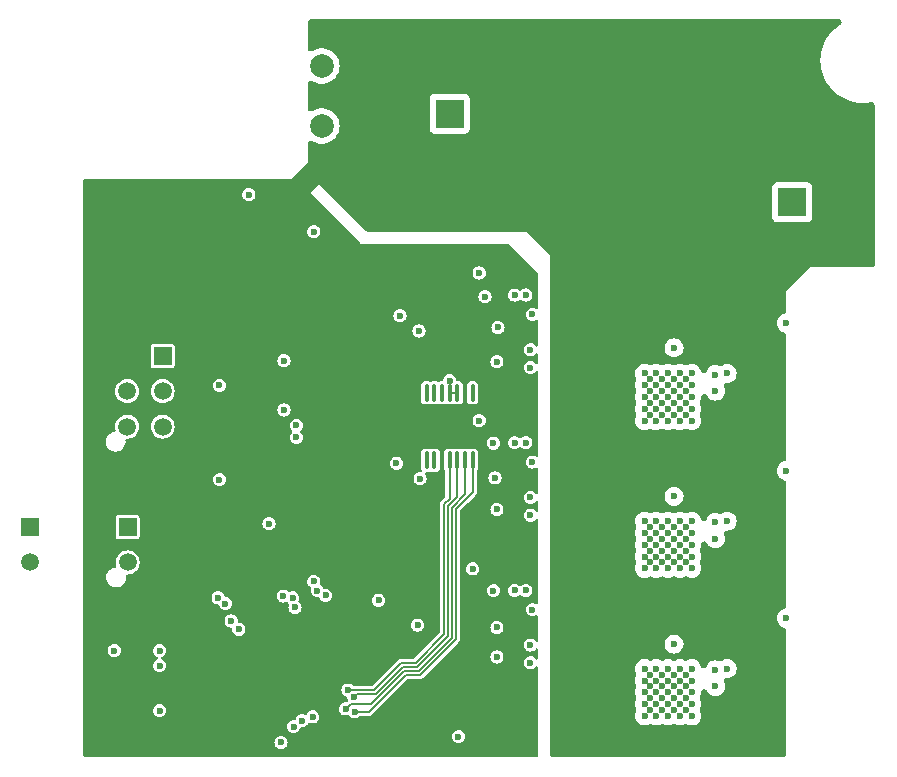
<source format=gbr>
%TF.GenerationSoftware,KiCad,Pcbnew,7.0.5-1.fc38*%
%TF.CreationDate,2023-06-18T19:22:27-04:00*%
%TF.ProjectId,radome_dish_controller,7261646f-6d65-45f6-9469-73685f636f6e,rev?*%
%TF.SameCoordinates,Original*%
%TF.FileFunction,Copper,L4,Bot*%
%TF.FilePolarity,Positive*%
%FSLAX46Y46*%
G04 Gerber Fmt 4.6, Leading zero omitted, Abs format (unit mm)*
G04 Created by KiCad (PCBNEW 7.0.5-1.fc38) date 2023-06-18 19:22:27*
%MOMM*%
%LPD*%
G01*
G04 APERTURE LIST*
G04 Aperture macros list*
%AMRoundRect*
0 Rectangle with rounded corners*
0 $1 Rounding radius*
0 $2 $3 $4 $5 $6 $7 $8 $9 X,Y pos of 4 corners*
0 Add a 4 corners polygon primitive as box body*
4,1,4,$2,$3,$4,$5,$6,$7,$8,$9,$2,$3,0*
0 Add four circle primitives for the rounded corners*
1,1,$1+$1,$2,$3*
1,1,$1+$1,$4,$5*
1,1,$1+$1,$6,$7*
1,1,$1+$1,$8,$9*
0 Add four rect primitives between the rounded corners*
20,1,$1+$1,$2,$3,$4,$5,0*
20,1,$1+$1,$4,$5,$6,$7,0*
20,1,$1+$1,$6,$7,$8,$9,0*
20,1,$1+$1,$8,$9,$2,$3,0*%
G04 Aperture macros list end*
%TA.AperFunction,ComponentPad*%
%ADD10R,1.520000X1.520000*%
%TD*%
%TA.AperFunction,ComponentPad*%
%ADD11C,1.520000*%
%TD*%
%TA.AperFunction,ComponentPad*%
%ADD12C,2.000000*%
%TD*%
%TA.AperFunction,ComponentPad*%
%ADD13R,2.400000X2.400000*%
%TD*%
%TA.AperFunction,ComponentPad*%
%ADD14C,2.400000*%
%TD*%
%TA.AperFunction,SMDPad,CuDef*%
%ADD15RoundRect,0.100000X0.100000X-0.637500X0.100000X0.637500X-0.100000X0.637500X-0.100000X-0.637500X0*%
%TD*%
%TA.AperFunction,SMDPad,CuDef*%
%ADD16C,2.000000*%
%TD*%
%TA.AperFunction,ViaPad*%
%ADD17C,0.600000*%
%TD*%
%TA.AperFunction,Conductor*%
%ADD18C,0.200000*%
%TD*%
G04 APERTURE END LIST*
%TA.AperFunction,EtchedComponent*%
%TO.C,NT101*%
G36*
X126121320Y-34292893D02*
G01*
X123292893Y-37121320D01*
X121878680Y-35707107D01*
X124707107Y-32878680D01*
X126121320Y-34292893D01*
G37*
%TD.AperFunction*%
%TD*%
D10*
%TO.P,J106,1,Pin_1*%
%TO.N,+5V*%
X111700000Y-50000000D03*
D11*
%TO.P,J106,2,Pin_2*%
%TO.N,/ENC.MISO-*%
X111700000Y-53000000D03*
%TO.P,J106,3,Pin_3*%
%TO.N,/ENC.SCK-*%
X111700000Y-56000000D03*
%TO.P,J106,4,Pin_4*%
%TO.N,GND*%
X108700000Y-50000000D03*
%TO.P,J106,5,Pin_5*%
%TO.N,/ENC.MISO+*%
X108700000Y-53000000D03*
%TO.P,J106,6,Pin_6*%
%TO.N,/ENC.SCK+*%
X108700000Y-56000000D03*
%TD*%
D10*
%TO.P,J107,1,Pin_1*%
%TO.N,/Microcontroller/CAN.DATA-*%
X108735000Y-64500000D03*
D11*
%TO.P,J107,2,Pin_2*%
%TO.N,/Microcontroller/CAN.DATA+*%
X108735000Y-67500000D03*
%TD*%
D12*
%TO.P,U106,1,VI*%
%TO.N,VBUS*%
X125172500Y-30540000D03*
%TO.P,U106,2,GND*%
%TO.N,GNDPWR*%
X125172500Y-28000000D03*
%TO.P,U106,3,VO*%
%TO.N,+12V*%
X125172500Y-25460000D03*
%TD*%
D13*
%TO.P,C101,1*%
%TO.N,Net-(C101-Pad1)*%
X165000000Y-37000000D03*
D14*
%TO.P,C101,2*%
%TO.N,GNDPWR*%
X170000000Y-37000000D03*
%TD*%
D10*
%TO.P,J108,1,Pin_1*%
%TO.N,/Microcontroller/CAN.DATA-*%
X100500000Y-64500000D03*
D11*
%TO.P,J108,2,Pin_2*%
%TO.N,/Microcontroller/CAN.DATA+*%
X100500000Y-67500000D03*
%TD*%
D13*
%TO.P,C104,1*%
%TO.N,+48V*%
X136000000Y-29500000D03*
D14*
%TO.P,C104,2*%
%TO.N,GNDPWR*%
X136000000Y-34500000D03*
%TD*%
D15*
%TO.P,U101,1,~{CS}*%
%TO.N,/Microcontroller/SPI.~{CS}*%
X137950000Y-58862500D03*
%TO.P,U101,2,CLK*%
%TO.N,/Microcontroller/SPI.SCK*%
X137300000Y-58862500D03*
%TO.P,U101,3,MISO*%
%TO.N,/Microcontroller/SPI.MISO*%
X136650000Y-58862500D03*
%TO.P,U101,4,MOSI*%
%TO.N,/Microcontroller/SPI.MOSI*%
X136000000Y-58862500D03*
%TO.P,U101,5,TST*%
%TO.N,GND*%
X135350000Y-58862500D03*
%TO.P,U101,6,B*%
%TO.N,unconnected-(U101-B-Pad6)*%
X134700000Y-58862500D03*
%TO.P,U101,7,A*%
%TO.N,unconnected-(U101-A-Pad7)*%
X134050000Y-58862500D03*
%TO.P,U101,8,W/PWM*%
%TO.N,unconnected-(U101-W{slash}PWM-Pad8)*%
X134050000Y-53137500D03*
%TO.P,U101,9,V*%
%TO.N,unconnected-(U101-V-Pad9)*%
X134700000Y-53137500D03*
%TO.P,U101,10,U*%
%TO.N,unconnected-(U101-U-Pad10)*%
X135350000Y-53137500D03*
%TO.P,U101,11,VDD*%
%TO.N,VDD*%
X136000000Y-53137500D03*
%TO.P,U101,12,VDD3V3*%
X136650000Y-53137500D03*
%TO.P,U101,13,GND*%
%TO.N,GND*%
X137300000Y-53137500D03*
%TO.P,U101,14,I/PWM*%
%TO.N,unconnected-(U101-I{slash}PWM-Pad14)*%
X137950000Y-53137500D03*
%TD*%
D16*
%TO.P,NT101,1,1*%
%TO.N,GNDPWR*%
X125414214Y-33585786D03*
%TO.P,NT101,2,2*%
%TO.N,GND*%
X122585786Y-36414214D03*
%TD*%
D17*
%TO.N,GND*%
X131500000Y-49000000D03*
X123025000Y-48000000D03*
X132500000Y-78500000D03*
X135100000Y-60200000D03*
X128200000Y-68700000D03*
X123275000Y-82725000D03*
X119025000Y-60405000D03*
X116025000Y-46500000D03*
X131000000Y-67000000D03*
X121000000Y-77500000D03*
X119025000Y-52500000D03*
X127600000Y-57000000D03*
X141500000Y-66225000D03*
X117500000Y-82000000D03*
X141500000Y-59637500D03*
X124000000Y-74500000D03*
X127725000Y-44500000D03*
X140000000Y-53725000D03*
X124000000Y-77500000D03*
X120700000Y-65775000D03*
X119500000Y-69000000D03*
X129000000Y-74000000D03*
X123025000Y-49000000D03*
X124500000Y-43500000D03*
X122500000Y-76000000D03*
X141500000Y-53725000D03*
X140000000Y-41235000D03*
X106500000Y-39500000D03*
X121000000Y-74500000D03*
X141500000Y-72137500D03*
X138500000Y-41225000D03*
X141500000Y-47137500D03*
X115000000Y-69000000D03*
X108880000Y-43995000D03*
X127500000Y-77500000D03*
X107600000Y-76230000D03*
X107600000Y-77500000D03*
X142500000Y-79500000D03*
X132200000Y-74200000D03*
X115725000Y-79000000D03*
X129000000Y-77500000D03*
X140000000Y-66225000D03*
X131500000Y-61500000D03*
X116025000Y-54905000D03*
X137300000Y-52100000D03*
X134737258Y-82500000D03*
X116500000Y-43500000D03*
%TO.N,VDD*%
X124500000Y-39500000D03*
X120700000Y-64225000D03*
X139700000Y-69900000D03*
X138500000Y-43000000D03*
X136000000Y-52100000D03*
X139000000Y-45000000D03*
X119000000Y-36350000D03*
X107600000Y-74960000D03*
X123025000Y-56905000D03*
X139700000Y-57400000D03*
X138500000Y-55500000D03*
X123025000Y-55905000D03*
X137942819Y-68044502D03*
%TO.N,/Microcontroller/NRST*%
X121725000Y-82725000D03*
X111450000Y-80040000D03*
%TO.N,/Motor Drive/INV_OUT.A*%
X158500000Y-53000000D03*
X140000000Y-50500000D03*
%TO.N,/Motor Drive/INV_OUT.B*%
X140000000Y-63000000D03*
X158500000Y-65500000D03*
%TO.N,/Motor Drive/INV_OUT.C*%
X140000000Y-75500000D03*
X158500000Y-78000000D03*
%TO.N,/Motor Drive/VREF*%
X136750000Y-82250000D03*
X141500000Y-69862500D03*
X141500000Y-44862500D03*
X141500000Y-57362500D03*
%TO.N,/Microcontroller/SWDIO*%
X117500000Y-72460000D03*
X111450000Y-74960000D03*
%TO.N,/Microcontroller/SWCLK*%
X118150000Y-73150000D03*
X111450000Y-76230000D03*
%TO.N,/Motor Drive/IA+*%
X143000000Y-46500000D03*
X164500000Y-47230000D03*
%TO.N,GNDPWR*%
X145000000Y-78500000D03*
X163000000Y-26000000D03*
X159500000Y-45500000D03*
X158000000Y-58500000D03*
X159500000Y-70500000D03*
X156500000Y-46500000D03*
X161500000Y-58000000D03*
X157500000Y-60000000D03*
X158000000Y-60500000D03*
X161500000Y-26000000D03*
X157000000Y-72000000D03*
X157500000Y-58000000D03*
X145000000Y-55500000D03*
X162500000Y-44500000D03*
X163000000Y-45000000D03*
X156500000Y-44500000D03*
X160000000Y-46000000D03*
X157500000Y-57000000D03*
X157000000Y-23000000D03*
X156000000Y-47000000D03*
X160000000Y-23000000D03*
X159000000Y-73000000D03*
X145000000Y-58500000D03*
X158000000Y-46000000D03*
X162500000Y-45500000D03*
X156500000Y-73500000D03*
X145000000Y-69000000D03*
X157000000Y-24500000D03*
X158500000Y-61000000D03*
X145000000Y-76500000D03*
X162000000Y-46000000D03*
X156500000Y-48500000D03*
X163500000Y-45500000D03*
X157000000Y-58500000D03*
X159000000Y-60500000D03*
X145000000Y-56500000D03*
X158000000Y-59500000D03*
X159000000Y-46000000D03*
X145000000Y-71000000D03*
X159000000Y-57500000D03*
X157000000Y-60500000D03*
X158500000Y-70500000D03*
X157500000Y-72500000D03*
X157000000Y-48000000D03*
X162000000Y-71000000D03*
X157000000Y-57500000D03*
X157500000Y-69500000D03*
X145000000Y-51500000D03*
X163750000Y-23750000D03*
X159000000Y-48000000D03*
X166000000Y-26000000D03*
X158500000Y-58000000D03*
X157000000Y-71000000D03*
X157000000Y-73000000D03*
X156500000Y-70500000D03*
X160000000Y-45000000D03*
X162250000Y-23750000D03*
X162000000Y-58500000D03*
X164500000Y-26000000D03*
X163750000Y-25250000D03*
X161500000Y-44500000D03*
X162999999Y-70999999D03*
X157500000Y-45500000D03*
X145000000Y-77500000D03*
X145000000Y-65000000D03*
X159500000Y-58000000D03*
X157500000Y-46500000D03*
X162500000Y-70500000D03*
X145000000Y-80500000D03*
X160000000Y-71000000D03*
X159000000Y-45000000D03*
X145000000Y-53500000D03*
X161500000Y-24500000D03*
X159000000Y-58500000D03*
X160750000Y-23750000D03*
X145000000Y-54500000D03*
X158500000Y-48500000D03*
X158500000Y-57000000D03*
X165250000Y-23750000D03*
X156000000Y-71000000D03*
X164500000Y-24500000D03*
X159500000Y-46500000D03*
X159500000Y-59000000D03*
X157500000Y-59000000D03*
X158500000Y-59000000D03*
X158500000Y-47500000D03*
X157500000Y-44500000D03*
X145000000Y-46500000D03*
X157000000Y-70000000D03*
X130500000Y-26000000D03*
X166000000Y-24500000D03*
X157000000Y-46000000D03*
X160992792Y-58482310D03*
X166000000Y-23000000D03*
X161000000Y-46000000D03*
X157750000Y-23750000D03*
X145000000Y-68000000D03*
X159000000Y-59500000D03*
X156500000Y-71500000D03*
X156000000Y-70000000D03*
X158000000Y-71000000D03*
X159000000Y-70000000D03*
X163000000Y-46000000D03*
X160500000Y-58000000D03*
X158500000Y-71500000D03*
X156500000Y-69500000D03*
X157500000Y-48500000D03*
X158000000Y-73000000D03*
X156000000Y-58500000D03*
X156000000Y-59500000D03*
X159500000Y-71500000D03*
X156000000Y-48000000D03*
X163000000Y-23000000D03*
X160499217Y-45512728D03*
X158500000Y-73500000D03*
X159000000Y-47000000D03*
X158500000Y-24500000D03*
X145000000Y-79500000D03*
X156500000Y-57000000D03*
X156000000Y-57500000D03*
X159000000Y-71000000D03*
X156000000Y-45000000D03*
X161000000Y-45000000D03*
X145000000Y-44500000D03*
X156500000Y-45500000D03*
X161500000Y-23000000D03*
X145000000Y-52500000D03*
X159250000Y-23750000D03*
X145000000Y-45500000D03*
X157000000Y-45000000D03*
X159500000Y-44500000D03*
X163500000Y-44500000D03*
X157500000Y-71500000D03*
X158500000Y-44500000D03*
X156000000Y-46000000D03*
X157000000Y-26000000D03*
X145000000Y-57500000D03*
X156500000Y-60000000D03*
X156000000Y-73000000D03*
X145000000Y-66000000D03*
X128000000Y-26000000D03*
X158000000Y-72000000D03*
X145000000Y-47500000D03*
X145000000Y-64000000D03*
X162000000Y-45000000D03*
X163000000Y-58500000D03*
X158500000Y-46500000D03*
X157500000Y-47500000D03*
X158500000Y-45500000D03*
X158500000Y-23000000D03*
X145000000Y-67000000D03*
X145000000Y-70000000D03*
X156500000Y-58000000D03*
X156500000Y-47500000D03*
X160500000Y-44500000D03*
X156000000Y-60500000D03*
X156500000Y-59000000D03*
X158000000Y-47000000D03*
X157000000Y-59500000D03*
X161500000Y-70500000D03*
X157500000Y-61000000D03*
X160500000Y-70500000D03*
X156500000Y-61000000D03*
X157000000Y-47000000D03*
X156000000Y-72000000D03*
X158000000Y-57500000D03*
X163000000Y-24500000D03*
X145000000Y-72000000D03*
X157500000Y-70500000D03*
X162500000Y-58000000D03*
X158500000Y-60000000D03*
X165250000Y-25250000D03*
X156500000Y-72500000D03*
X145000000Y-59500000D03*
X158000000Y-70000000D03*
X161500000Y-45500000D03*
X157500000Y-73500000D03*
X160750000Y-25250000D03*
X160000000Y-24500000D03*
X159000000Y-72000000D03*
X145000000Y-60500000D03*
X158500000Y-69500000D03*
X158000000Y-48000000D03*
X157750000Y-25250000D03*
X164500000Y-23000000D03*
X160000000Y-26000000D03*
X158000000Y-45000000D03*
X159989797Y-58455915D03*
X161000000Y-71000000D03*
X158500000Y-72500000D03*
X158500000Y-26000000D03*
X162250000Y-25250000D03*
X159250000Y-25250000D03*
%TO.N,/Motor Drive/IB+*%
X143000000Y-59000000D03*
X164500000Y-59730000D03*
%TO.N,/Motor Drive/IC+*%
X164500000Y-72230000D03*
X143000000Y-71500000D03*
%TO.N,Net-(Q301-G)*%
X142825000Y-49500000D03*
X158500000Y-51595000D03*
%TO.N,VBUS*%
X155000000Y-66500000D03*
X156000000Y-67500000D03*
X155000000Y-54000000D03*
X152500000Y-68000000D03*
X156500000Y-78500000D03*
X154500000Y-54500000D03*
X156000000Y-64500000D03*
X153500000Y-52500000D03*
X154000000Y-52000000D03*
X154500000Y-53500000D03*
X155500000Y-53500000D03*
X155000000Y-80000000D03*
X155500000Y-64000000D03*
X156500000Y-79500000D03*
X155000000Y-78000000D03*
X155500000Y-80500000D03*
X156500000Y-53500000D03*
X153000000Y-78000000D03*
X156000000Y-79000000D03*
X154000000Y-80000000D03*
X153000000Y-66500000D03*
X154000000Y-79000000D03*
X155000000Y-52000000D03*
X152500000Y-54500000D03*
X154500000Y-55500000D03*
X152500000Y-78500000D03*
X154500000Y-76500000D03*
X154500000Y-51500000D03*
X156500000Y-67000000D03*
X155500000Y-78500000D03*
X154500000Y-64000000D03*
X152500000Y-64000000D03*
X156500000Y-76500000D03*
X154500000Y-68000000D03*
X155000000Y-77000000D03*
X155500000Y-54500000D03*
X154500000Y-65000000D03*
X156000000Y-65500000D03*
X155000000Y-55000000D03*
X155500000Y-52500000D03*
X154500000Y-80500000D03*
X155000000Y-65500000D03*
X154000000Y-78000000D03*
X153000000Y-79000000D03*
X153000000Y-65500000D03*
X154000000Y-64500000D03*
X154500000Y-67000000D03*
X155500000Y-51500000D03*
X155500000Y-55500000D03*
X155500000Y-65000000D03*
X155500000Y-67000000D03*
X153500000Y-54500000D03*
X155500000Y-79500000D03*
X154500000Y-66000000D03*
X153500000Y-65000000D03*
X153500000Y-64000000D03*
X154500000Y-79500000D03*
X153500000Y-55500000D03*
X156000000Y-77000000D03*
X152500000Y-66000000D03*
X154000000Y-77000000D03*
X153500000Y-53500000D03*
X156500000Y-68000000D03*
X156500000Y-80500000D03*
X153000000Y-52000000D03*
X156000000Y-52000000D03*
X153000000Y-53000000D03*
X153000000Y-55000000D03*
X154000000Y-53000000D03*
X154500000Y-77500000D03*
X156000000Y-55000000D03*
X153500000Y-67000000D03*
X153500000Y-79500000D03*
X155500000Y-77500000D03*
X156500000Y-77500000D03*
X152500000Y-76500000D03*
X156500000Y-65000000D03*
X154000000Y-55000000D03*
X153500000Y-76500000D03*
X152500000Y-51500000D03*
X156000000Y-53000000D03*
X156000000Y-66500000D03*
X154000000Y-65500000D03*
X152500000Y-52500000D03*
X154000000Y-66500000D03*
X152500000Y-55500000D03*
X155000000Y-64500000D03*
X153000000Y-64500000D03*
X156500000Y-54500000D03*
X153000000Y-67500000D03*
X153500000Y-77500000D03*
X152500000Y-79500000D03*
X152500000Y-77500000D03*
X156500000Y-64000000D03*
X155500000Y-66000000D03*
X156000000Y-78000000D03*
X154500000Y-78500000D03*
X152500000Y-67000000D03*
X152500000Y-53500000D03*
X155500000Y-68000000D03*
X153500000Y-80500000D03*
X152500000Y-80500000D03*
X153000000Y-54000000D03*
X156500000Y-51500000D03*
X154000000Y-67500000D03*
X152500000Y-65000000D03*
X156000000Y-80000000D03*
X153500000Y-66000000D03*
X153500000Y-51500000D03*
X156500000Y-52500000D03*
X154000000Y-54000000D03*
X155000000Y-79000000D03*
X155000000Y-67500000D03*
X155000000Y-53000000D03*
X153000000Y-80000000D03*
X156500000Y-55500000D03*
X153500000Y-78500000D03*
X156000000Y-54000000D03*
X153000000Y-77000000D03*
X153500000Y-68000000D03*
X156500000Y-66000000D03*
X155500000Y-76500000D03*
X154500000Y-52500000D03*
%TO.N,Net-(Q302-G)*%
X159500000Y-51500000D03*
X142825000Y-51000000D03*
%TO.N,Net-(Q303-G)*%
X142825000Y-62000000D03*
X158500000Y-64095000D03*
%TO.N,Net-(Q304-G)*%
X142825000Y-63500000D03*
X159500000Y-64000000D03*
%TO.N,Net-(Q305-G)*%
X158500000Y-76595000D03*
X142825000Y-74500000D03*
%TO.N,Net-(Q306-G)*%
X142825000Y-76000000D03*
X159500000Y-76500000D03*
%TO.N,/Microcontroller/SENSE.C*%
X122800000Y-81400000D03*
X140000000Y-73000000D03*
%TO.N,/Microcontroller/SENSE.B*%
X139843750Y-60343750D03*
X123500000Y-80900000D03*
%TO.N,/Microcontroller/SENSE.A*%
X124400000Y-80577403D03*
X140093750Y-47593750D03*
%TO.N,/Microcontroller/SPI.MOSI*%
X127400000Y-78300000D03*
%TO.N,/Microcontroller/DRIVE.C+*%
X130000000Y-70700000D03*
X125500000Y-70300000D03*
%TO.N,/Microcontroller/DRIVE.B+*%
X131500000Y-59100000D03*
X124800000Y-69900000D03*
%TO.N,/Microcontroller/DRIVE.A+*%
X124500000Y-69100000D03*
X131800000Y-46600000D03*
%TO.N,/Microcontroller/DRIVE.C-*%
X133300000Y-72800000D03*
X122900000Y-71300000D03*
%TO.N,/Microcontroller/DRIVE.B-*%
X122700000Y-70500000D03*
X133500000Y-60400000D03*
%TO.N,/Microcontroller/DRIVE.A-*%
X133400000Y-47900000D03*
X121917080Y-70334987D03*
%TO.N,/Microcontroller/SPI.~{CS}*%
X127950000Y-80150000D03*
%TO.N,/Microcontroller/SPI.SCK*%
X127200000Y-79900000D03*
%TO.N,/Microcontroller/SPI.MISO*%
X127900000Y-78900000D03*
%TO.N,/Motor Drive/IA-*%
X155000000Y-49339000D03*
X142450000Y-44862500D03*
%TO.N,/Motor Drive/IB-*%
X142450000Y-57362500D03*
X155000000Y-61899109D03*
%TO.N,/Motor Drive/IC-*%
X142450000Y-69862500D03*
X155000000Y-74409898D03*
%TO.N,+5V*%
X116500000Y-52500000D03*
X116500000Y-60500000D03*
%TO.N,/Microcontroller/ISOSPI.SCK*%
X117000000Y-71000000D03*
X121975000Y-54595000D03*
%TO.N,/Microcontroller/ISOSPI.MISO*%
X116400000Y-70500000D03*
X121975000Y-50405000D03*
%TD*%
D18*
%TO.N,GND*%
X135350000Y-58862500D02*
X135350000Y-59950000D01*
X135350000Y-59950000D02*
X135100000Y-60200000D01*
X137300000Y-53137500D02*
X137300000Y-52100000D01*
%TO.N,VDD*%
X136000000Y-53137500D02*
X136000000Y-52100000D01*
X136000000Y-53137500D02*
X136650000Y-53137500D01*
%TO.N,/Microcontroller/SPI.MOSI*%
X129600000Y-78300000D02*
X127400000Y-78300000D01*
X136000000Y-58862500D02*
X136000000Y-62112656D01*
X135519000Y-73593656D02*
X133112656Y-76000000D01*
X133112656Y-76000000D02*
X131900000Y-76000000D01*
X131900000Y-76000000D02*
X129600000Y-78300000D01*
X136000000Y-62112656D02*
X135519000Y-62593656D01*
X135519000Y-62593656D02*
X135519000Y-73593656D01*
%TO.N,/Microcontroller/SPI.~{CS}*%
X136500000Y-63000000D02*
X137950000Y-61550000D01*
X129137344Y-80150000D02*
X132287344Y-77000000D01*
X132287344Y-77000000D02*
X133500000Y-77000000D01*
X127950000Y-80150000D02*
X129137344Y-80150000D01*
X136500000Y-74000000D02*
X136500000Y-63000000D01*
X137950000Y-61550000D02*
X137950000Y-58862500D01*
X133500000Y-77000000D02*
X136500000Y-74000000D01*
%TO.N,/Microcontroller/SPI.SCK*%
X137300000Y-58862500D02*
X137300000Y-61737552D01*
X136173000Y-62864552D02*
X136173000Y-73864552D01*
X136173000Y-73864552D02*
X133364552Y-76673000D01*
X127620000Y-79480000D02*
X127200000Y-79900000D01*
X132151896Y-76673000D02*
X129344896Y-79480000D01*
X129344896Y-79480000D02*
X127620000Y-79480000D01*
X133364552Y-76673000D02*
X132151896Y-76673000D01*
X137300000Y-61737552D02*
X136173000Y-62864552D01*
%TO.N,/Microcontroller/SPI.MISO*%
X129735448Y-78627000D02*
X132016448Y-76346000D01*
X133229104Y-76346000D02*
X135846000Y-73729104D01*
X127900000Y-78900000D02*
X128173000Y-78627000D01*
X135846000Y-62729104D02*
X136650000Y-61925104D01*
X136650000Y-61925104D02*
X136650000Y-58862500D01*
X135846000Y-73729104D02*
X135846000Y-62729104D01*
X132016448Y-76346000D02*
X133229104Y-76346000D01*
X128173000Y-78627000D02*
X129735448Y-78627000D01*
%TD*%
%TA.AperFunction,Conductor*%
%TO.N,GNDPWR*%
G36*
X169033406Y-21518954D02*
G01*
X169114188Y-21572930D01*
X169168164Y-21653712D01*
X169187118Y-21749000D01*
X169168164Y-21844288D01*
X169114188Y-21925070D01*
X169073733Y-21957829D01*
X168880774Y-22083137D01*
X168587495Y-22320629D01*
X168320629Y-22587495D01*
X168083137Y-22880774D01*
X167877597Y-23197277D01*
X167706268Y-23533528D01*
X167706267Y-23533530D01*
X167571022Y-23885857D01*
X167473346Y-24250391D01*
X167414309Y-24623131D01*
X167394559Y-24999999D01*
X167414309Y-25376868D01*
X167427476Y-25459999D01*
X167473347Y-25749613D01*
X167571022Y-26114142D01*
X167706267Y-26466469D01*
X167706268Y-26466471D01*
X167877597Y-26802721D01*
X167972907Y-26949485D01*
X168083137Y-27119225D01*
X168320635Y-27412511D01*
X168587489Y-27679365D01*
X168880775Y-27916863D01*
X169051645Y-28027827D01*
X169197278Y-28122402D01*
X169533528Y-28293731D01*
X169533530Y-28293732D01*
X169533534Y-28293733D01*
X169533535Y-28293734D01*
X169885857Y-28428978D01*
X170250387Y-28526653D01*
X170623129Y-28585690D01*
X170905720Y-28600500D01*
X170905730Y-28600500D01*
X171094270Y-28600500D01*
X171094280Y-28600500D01*
X171376871Y-28585690D01*
X171712051Y-28532602D01*
X171809127Y-28536416D01*
X171897358Y-28577090D01*
X171963307Y-28648433D01*
X171996934Y-28739583D01*
X172000000Y-28778536D01*
X172000000Y-42251000D01*
X171981046Y-42346288D01*
X171927070Y-42427070D01*
X171846288Y-42481046D01*
X171751000Y-42500000D01*
X166500000Y-42500000D01*
X164500000Y-44500000D01*
X164500000Y-44500001D01*
X164500000Y-46205233D01*
X164481046Y-46300521D01*
X164427070Y-46381303D01*
X164346288Y-46435279D01*
X164333240Y-46440260D01*
X164320745Y-46444631D01*
X164320745Y-46444632D01*
X164150478Y-46504211D01*
X164150476Y-46504211D01*
X164150476Y-46504212D01*
X164150470Y-46504214D01*
X163997742Y-46600180D01*
X163870180Y-46727742D01*
X163774214Y-46880470D01*
X163774211Y-46880476D01*
X163774211Y-46880478D01*
X163745009Y-46963934D01*
X163714632Y-47050746D01*
X163714630Y-47050754D01*
X163694435Y-47229996D01*
X163694435Y-47230003D01*
X163714630Y-47409245D01*
X163714631Y-47409251D01*
X163714632Y-47409255D01*
X163774211Y-47579522D01*
X163774212Y-47579523D01*
X163774214Y-47579529D01*
X163870180Y-47732257D01*
X163870182Y-47732259D01*
X163870184Y-47732262D01*
X163997738Y-47859816D01*
X163997740Y-47859817D01*
X163997742Y-47859819D01*
X164150470Y-47955785D01*
X164150474Y-47955786D01*
X164150478Y-47955789D01*
X164320745Y-48015368D01*
X164320748Y-48015368D01*
X164333239Y-48019739D01*
X164416920Y-48069101D01*
X164475341Y-48146729D01*
X164499608Y-48240804D01*
X164500000Y-48254766D01*
X164500000Y-58705233D01*
X164481046Y-58800521D01*
X164427070Y-58881303D01*
X164346288Y-58935279D01*
X164333240Y-58940260D01*
X164320745Y-58944631D01*
X164320745Y-58944632D01*
X164150478Y-59004211D01*
X164150476Y-59004211D01*
X164150476Y-59004212D01*
X164150470Y-59004214D01*
X163997742Y-59100180D01*
X163870180Y-59227742D01*
X163774214Y-59380470D01*
X163774211Y-59380476D01*
X163774211Y-59380478D01*
X163718616Y-59539361D01*
X163714632Y-59550746D01*
X163714630Y-59550754D01*
X163694435Y-59729996D01*
X163694435Y-59730003D01*
X163714630Y-59909245D01*
X163714631Y-59909251D01*
X163714632Y-59909255D01*
X163774211Y-60079522D01*
X163774212Y-60079523D01*
X163774214Y-60079529D01*
X163870180Y-60232257D01*
X163870182Y-60232259D01*
X163870184Y-60232262D01*
X163997738Y-60359816D01*
X163997740Y-60359817D01*
X163997742Y-60359819D01*
X164150470Y-60455785D01*
X164150474Y-60455786D01*
X164150478Y-60455789D01*
X164320745Y-60515368D01*
X164320748Y-60515368D01*
X164333239Y-60519739D01*
X164416920Y-60569101D01*
X164475341Y-60646729D01*
X164499608Y-60740804D01*
X164500000Y-60754766D01*
X164500000Y-71205233D01*
X164481046Y-71300521D01*
X164427070Y-71381303D01*
X164346288Y-71435279D01*
X164333240Y-71440260D01*
X164320745Y-71444631D01*
X164320745Y-71444632D01*
X164150478Y-71504211D01*
X164150476Y-71504211D01*
X164150476Y-71504212D01*
X164150470Y-71504214D01*
X163997742Y-71600180D01*
X163870180Y-71727742D01*
X163774214Y-71880470D01*
X163774211Y-71880476D01*
X163774211Y-71880478D01*
X163723365Y-72025789D01*
X163714632Y-72050746D01*
X163714630Y-72050754D01*
X163694435Y-72229996D01*
X163694435Y-72230003D01*
X163714630Y-72409245D01*
X163714631Y-72409251D01*
X163714632Y-72409255D01*
X163774211Y-72579522D01*
X163774212Y-72579523D01*
X163774214Y-72579529D01*
X163870180Y-72732257D01*
X163870182Y-72732259D01*
X163870184Y-72732262D01*
X163997738Y-72859816D01*
X163997740Y-72859817D01*
X163997742Y-72859819D01*
X164150470Y-72955785D01*
X164150474Y-72955786D01*
X164150478Y-72955789D01*
X164320745Y-73015368D01*
X164320748Y-73015368D01*
X164333239Y-73019739D01*
X164416920Y-73069101D01*
X164475341Y-73146729D01*
X164499608Y-73240804D01*
X164500000Y-73254766D01*
X164500000Y-83751000D01*
X164481046Y-83846288D01*
X164427070Y-83927070D01*
X164346288Y-83981046D01*
X164251000Y-84000000D01*
X144749000Y-84000000D01*
X144653712Y-83981046D01*
X144572930Y-83927070D01*
X144518954Y-83846288D01*
X144500000Y-83751000D01*
X144500000Y-80500003D01*
X151694435Y-80500003D01*
X151714630Y-80679245D01*
X151714631Y-80679251D01*
X151714632Y-80679255D01*
X151774211Y-80849522D01*
X151774212Y-80849523D01*
X151774214Y-80849529D01*
X151870180Y-81002257D01*
X151870182Y-81002259D01*
X151870184Y-81002262D01*
X151997738Y-81129816D01*
X151997740Y-81129817D01*
X151997742Y-81129819D01*
X152150470Y-81225785D01*
X152150473Y-81225786D01*
X152150478Y-81225789D01*
X152320745Y-81285368D01*
X152320754Y-81285369D01*
X152499996Y-81305565D01*
X152500000Y-81305565D01*
X152500004Y-81305565D01*
X152639908Y-81289801D01*
X152679255Y-81285368D01*
X152849522Y-81225789D01*
X152849527Y-81225785D01*
X152849529Y-81225785D01*
X152867521Y-81214480D01*
X152958287Y-81179831D01*
X153055404Y-81182554D01*
X153132476Y-81214478D01*
X153150478Y-81225789D01*
X153150477Y-81225789D01*
X153242124Y-81257857D01*
X153320745Y-81285368D01*
X153320754Y-81285369D01*
X153499996Y-81305565D01*
X153500000Y-81305565D01*
X153500004Y-81305565D01*
X153639908Y-81289801D01*
X153679255Y-81285368D01*
X153849522Y-81225789D01*
X153867521Y-81214478D01*
X153958285Y-81179830D01*
X154055402Y-81182553D01*
X154132477Y-81214478D01*
X154150478Y-81225789D01*
X154320745Y-81285368D01*
X154320754Y-81285369D01*
X154499996Y-81305565D01*
X154500000Y-81305565D01*
X154500004Y-81305565D01*
X154639908Y-81289801D01*
X154679255Y-81285368D01*
X154849522Y-81225789D01*
X154849527Y-81225785D01*
X154849529Y-81225785D01*
X154867521Y-81214480D01*
X154958287Y-81179831D01*
X155055404Y-81182554D01*
X155132476Y-81214478D01*
X155150478Y-81225789D01*
X155150477Y-81225789D01*
X155242124Y-81257857D01*
X155320745Y-81285368D01*
X155320754Y-81285369D01*
X155499996Y-81305565D01*
X155500000Y-81305565D01*
X155500004Y-81305565D01*
X155639908Y-81289801D01*
X155679255Y-81285368D01*
X155849522Y-81225789D01*
X155867521Y-81214478D01*
X155958285Y-81179830D01*
X156055402Y-81182553D01*
X156132477Y-81214478D01*
X156150478Y-81225789D01*
X156320745Y-81285368D01*
X156320754Y-81285369D01*
X156499996Y-81305565D01*
X156500000Y-81305565D01*
X156500004Y-81305565D01*
X156639908Y-81289801D01*
X156679255Y-81285368D01*
X156849522Y-81225789D01*
X156849527Y-81225785D01*
X156849529Y-81225785D01*
X157002257Y-81129819D01*
X157002256Y-81129819D01*
X157002262Y-81129816D01*
X157129816Y-81002262D01*
X157171848Y-80935368D01*
X157225785Y-80849529D01*
X157225785Y-80849527D01*
X157225789Y-80849522D01*
X157285368Y-80679255D01*
X157305565Y-80500000D01*
X157285368Y-80320745D01*
X157225789Y-80150478D01*
X157214478Y-80132478D01*
X157179830Y-80041715D01*
X157182553Y-79944598D01*
X157214478Y-79867522D01*
X157225789Y-79849522D01*
X157285368Y-79679255D01*
X157305565Y-79500000D01*
X157285368Y-79320745D01*
X157225789Y-79150478D01*
X157214478Y-79132478D01*
X157179830Y-79041715D01*
X157182553Y-78944598D01*
X157214478Y-78867522D01*
X157225789Y-78849522D01*
X157285368Y-78679255D01*
X157305565Y-78500000D01*
X157304379Y-78489474D01*
X157312544Y-78392664D01*
X157357136Y-78306347D01*
X157431365Y-78243664D01*
X157523932Y-78214160D01*
X157620743Y-78222325D01*
X157707060Y-78266917D01*
X157769743Y-78341146D01*
X157773418Y-78348261D01*
X157870180Y-78502257D01*
X157870182Y-78502259D01*
X157870184Y-78502262D01*
X157997738Y-78629816D01*
X157997740Y-78629817D01*
X157997742Y-78629819D01*
X158150470Y-78725785D01*
X158150473Y-78725786D01*
X158150478Y-78725789D01*
X158320745Y-78785368D01*
X158320754Y-78785369D01*
X158499996Y-78805565D01*
X158500000Y-78805565D01*
X158500004Y-78805565D01*
X158639908Y-78789801D01*
X158679255Y-78785368D01*
X158849522Y-78725789D01*
X158849527Y-78725785D01*
X158849529Y-78725785D01*
X159002257Y-78629819D01*
X159002256Y-78629819D01*
X159002262Y-78629816D01*
X159129816Y-78502262D01*
X159225789Y-78349522D01*
X159285368Y-78179255D01*
X159305565Y-78000000D01*
X159305310Y-77997738D01*
X159285369Y-77820754D01*
X159285368Y-77820745D01*
X159225789Y-77650478D01*
X159225787Y-77650474D01*
X159221170Y-77637280D01*
X159224036Y-77636277D01*
X159205636Y-77564957D01*
X159219214Y-77468756D01*
X159268572Y-77385073D01*
X159346197Y-77326648D01*
X159440272Y-77302377D01*
X159482123Y-77303551D01*
X159499998Y-77305565D01*
X159500000Y-77305565D01*
X159500004Y-77305565D01*
X159639908Y-77289801D01*
X159679255Y-77285368D01*
X159849522Y-77225789D01*
X159849527Y-77225785D01*
X159849529Y-77225785D01*
X159969385Y-77150474D01*
X160002262Y-77129816D01*
X160129816Y-77002262D01*
X160166095Y-76944525D01*
X160225785Y-76849529D01*
X160225785Y-76849527D01*
X160225789Y-76849522D01*
X160285368Y-76679255D01*
X160305565Y-76500000D01*
X160293581Y-76393642D01*
X160285369Y-76320754D01*
X160285368Y-76320745D01*
X160225789Y-76150478D01*
X160225786Y-76150473D01*
X160225785Y-76150470D01*
X160129819Y-75997742D01*
X160129817Y-75997740D01*
X160129816Y-75997738D01*
X160002262Y-75870184D01*
X160002259Y-75870182D01*
X160002257Y-75870180D01*
X159849529Y-75774214D01*
X159849524Y-75774212D01*
X159849522Y-75774211D01*
X159679255Y-75714632D01*
X159679251Y-75714631D01*
X159679245Y-75714630D01*
X159500004Y-75694435D01*
X159499996Y-75694435D01*
X159320754Y-75714630D01*
X159320746Y-75714631D01*
X159320745Y-75714632D01*
X159150478Y-75774211D01*
X159150476Y-75774211D01*
X159150476Y-75774212D01*
X159150473Y-75774213D01*
X159047248Y-75839074D01*
X158956481Y-75873721D01*
X158859364Y-75870996D01*
X158832535Y-75863266D01*
X158679259Y-75809633D01*
X158679256Y-75809632D01*
X158679255Y-75809632D01*
X158679253Y-75809631D01*
X158679245Y-75809630D01*
X158500004Y-75789435D01*
X158499996Y-75789435D01*
X158320754Y-75809630D01*
X158320746Y-75809631D01*
X158320745Y-75809632D01*
X158150478Y-75869211D01*
X158150476Y-75869211D01*
X158150476Y-75869212D01*
X158150470Y-75869214D01*
X157997742Y-75965180D01*
X157870180Y-76092742D01*
X157774214Y-76245470D01*
X157774211Y-76245476D01*
X157774211Y-76245478D01*
X157751646Y-76309963D01*
X157702285Y-76393642D01*
X157624657Y-76452063D01*
X157530582Y-76476329D01*
X157434381Y-76462748D01*
X157350700Y-76413385D01*
X157292279Y-76335757D01*
X157281597Y-76309969D01*
X157225789Y-76150478D01*
X157225786Y-76150473D01*
X157225785Y-76150470D01*
X157129819Y-75997742D01*
X157129817Y-75997740D01*
X157129816Y-75997738D01*
X157002262Y-75870184D01*
X157002259Y-75870182D01*
X157002257Y-75870180D01*
X156849529Y-75774214D01*
X156849524Y-75774212D01*
X156849522Y-75774211D01*
X156679255Y-75714632D01*
X156679251Y-75714631D01*
X156679245Y-75714630D01*
X156500004Y-75694435D01*
X156499996Y-75694435D01*
X156320754Y-75714630D01*
X156320743Y-75714632D01*
X156150486Y-75774207D01*
X156150474Y-75774213D01*
X156132473Y-75785524D01*
X156041706Y-75820170D01*
X155944589Y-75817444D01*
X155867527Y-75785524D01*
X155849525Y-75774213D01*
X155849522Y-75774211D01*
X155849518Y-75774209D01*
X155849513Y-75774207D01*
X155679256Y-75714632D01*
X155679245Y-75714630D01*
X155500004Y-75694435D01*
X155499996Y-75694435D01*
X155320754Y-75714630D01*
X155320743Y-75714632D01*
X155150486Y-75774207D01*
X155150474Y-75774213D01*
X155132473Y-75785524D01*
X155041706Y-75820170D01*
X154944589Y-75817444D01*
X154867527Y-75785524D01*
X154849525Y-75774213D01*
X154849522Y-75774211D01*
X154849518Y-75774209D01*
X154849513Y-75774207D01*
X154679256Y-75714632D01*
X154679245Y-75714630D01*
X154500004Y-75694435D01*
X154499996Y-75694435D01*
X154320754Y-75714630D01*
X154320743Y-75714632D01*
X154150486Y-75774207D01*
X154150474Y-75774213D01*
X154132473Y-75785524D01*
X154041706Y-75820170D01*
X153944589Y-75817444D01*
X153867527Y-75785524D01*
X153849525Y-75774213D01*
X153849522Y-75774211D01*
X153849518Y-75774209D01*
X153849513Y-75774207D01*
X153679256Y-75714632D01*
X153679245Y-75714630D01*
X153500004Y-75694435D01*
X153499996Y-75694435D01*
X153320754Y-75714630D01*
X153320743Y-75714632D01*
X153150486Y-75774207D01*
X153150474Y-75774213D01*
X153132473Y-75785524D01*
X153041706Y-75820170D01*
X152944589Y-75817444D01*
X152867527Y-75785524D01*
X152849525Y-75774213D01*
X152849522Y-75774211D01*
X152849518Y-75774209D01*
X152849513Y-75774207D01*
X152679256Y-75714632D01*
X152679245Y-75714630D01*
X152500004Y-75694435D01*
X152499996Y-75694435D01*
X152320754Y-75714630D01*
X152320746Y-75714631D01*
X152320745Y-75714632D01*
X152150478Y-75774211D01*
X152150476Y-75774211D01*
X152150476Y-75774212D01*
X152150470Y-75774214D01*
X151997742Y-75870180D01*
X151870180Y-75997742D01*
X151774214Y-76150470D01*
X151774211Y-76150476D01*
X151774211Y-76150478D01*
X151718406Y-76309961D01*
X151714632Y-76320746D01*
X151714630Y-76320754D01*
X151694435Y-76499996D01*
X151694435Y-76500003D01*
X151714630Y-76679245D01*
X151714631Y-76679251D01*
X151714632Y-76679255D01*
X151774211Y-76849522D01*
X151774212Y-76849523D01*
X151774216Y-76849531D01*
X151785522Y-76867525D01*
X151820169Y-76958292D01*
X151817444Y-77055409D01*
X151785525Y-77132469D01*
X151774211Y-77150475D01*
X151774211Y-77150476D01*
X151714632Y-77320743D01*
X151714630Y-77320754D01*
X151694435Y-77499996D01*
X151694435Y-77500003D01*
X151714630Y-77679245D01*
X151714632Y-77679256D01*
X151774207Y-77849513D01*
X151774213Y-77849525D01*
X151785524Y-77867527D01*
X151820170Y-77958294D01*
X151817444Y-78055411D01*
X151785524Y-78132473D01*
X151774213Y-78150474D01*
X151774207Y-78150486D01*
X151714632Y-78320743D01*
X151714630Y-78320754D01*
X151694435Y-78499996D01*
X151694435Y-78500003D01*
X151714630Y-78679245D01*
X151714632Y-78679256D01*
X151774207Y-78849513D01*
X151774209Y-78849517D01*
X151774211Y-78849522D01*
X151785519Y-78867519D01*
X151785522Y-78867523D01*
X151820170Y-78958290D01*
X151817445Y-79055407D01*
X151785526Y-79132469D01*
X151774213Y-79150473D01*
X151774207Y-79150486D01*
X151714632Y-79320743D01*
X151714630Y-79320754D01*
X151694435Y-79499996D01*
X151694435Y-79500003D01*
X151714630Y-79679245D01*
X151714632Y-79679256D01*
X151774207Y-79849513D01*
X151774209Y-79849518D01*
X151774211Y-79849522D01*
X151778092Y-79855699D01*
X151785524Y-79867527D01*
X151820170Y-79958294D01*
X151817444Y-80055411D01*
X151785524Y-80132473D01*
X151774213Y-80150474D01*
X151774207Y-80150486D01*
X151714632Y-80320743D01*
X151714630Y-80320754D01*
X151694435Y-80499996D01*
X151694435Y-80500003D01*
X144500000Y-80500003D01*
X144500000Y-74409901D01*
X154194435Y-74409901D01*
X154214630Y-74589143D01*
X154214631Y-74589149D01*
X154214632Y-74589153D01*
X154274211Y-74759420D01*
X154274212Y-74759421D01*
X154274214Y-74759427D01*
X154370180Y-74912155D01*
X154370182Y-74912157D01*
X154370184Y-74912160D01*
X154497738Y-75039714D01*
X154497740Y-75039715D01*
X154497742Y-75039717D01*
X154650470Y-75135683D01*
X154650473Y-75135684D01*
X154650478Y-75135687D01*
X154820745Y-75195266D01*
X154820754Y-75195267D01*
X154999996Y-75215463D01*
X155000000Y-75215463D01*
X155000004Y-75215463D01*
X155139908Y-75199699D01*
X155179255Y-75195266D01*
X155349522Y-75135687D01*
X155349527Y-75135683D01*
X155349529Y-75135683D01*
X155502257Y-75039717D01*
X155502256Y-75039717D01*
X155502262Y-75039714D01*
X155629816Y-74912160D01*
X155709485Y-74785368D01*
X155725785Y-74759427D01*
X155725785Y-74759425D01*
X155725789Y-74759420D01*
X155785368Y-74589153D01*
X155795413Y-74500000D01*
X155805565Y-74409901D01*
X155805565Y-74409894D01*
X155785369Y-74230652D01*
X155785368Y-74230643D01*
X155725789Y-74060376D01*
X155725786Y-74060371D01*
X155725785Y-74060368D01*
X155629819Y-73907640D01*
X155629817Y-73907638D01*
X155629816Y-73907636D01*
X155502262Y-73780082D01*
X155502259Y-73780080D01*
X155502257Y-73780078D01*
X155349529Y-73684112D01*
X155349524Y-73684110D01*
X155349522Y-73684109D01*
X155179255Y-73624530D01*
X155179251Y-73624529D01*
X155179245Y-73624528D01*
X155000004Y-73604333D01*
X154999996Y-73604333D01*
X154820754Y-73624528D01*
X154820746Y-73624529D01*
X154820745Y-73624530D01*
X154650478Y-73684109D01*
X154650476Y-73684109D01*
X154650476Y-73684110D01*
X154650470Y-73684112D01*
X154497742Y-73780078D01*
X154370180Y-73907640D01*
X154274214Y-74060368D01*
X154274211Y-74060374D01*
X154274211Y-74060376D01*
X154225355Y-74200000D01*
X154214632Y-74230644D01*
X154214630Y-74230652D01*
X154194435Y-74409894D01*
X154194435Y-74409901D01*
X144500000Y-74409901D01*
X144500000Y-68000003D01*
X151694435Y-68000003D01*
X151714630Y-68179245D01*
X151714631Y-68179251D01*
X151714632Y-68179255D01*
X151774211Y-68349522D01*
X151774212Y-68349523D01*
X151774214Y-68349529D01*
X151870180Y-68502257D01*
X151870182Y-68502259D01*
X151870184Y-68502262D01*
X151997738Y-68629816D01*
X151997740Y-68629817D01*
X151997742Y-68629819D01*
X152150470Y-68725785D01*
X152150473Y-68725786D01*
X152150478Y-68725789D01*
X152320745Y-68785368D01*
X152320754Y-68785369D01*
X152499996Y-68805565D01*
X152500000Y-68805565D01*
X152500004Y-68805565D01*
X152639908Y-68789801D01*
X152679255Y-68785368D01*
X152849522Y-68725789D01*
X152849527Y-68725785D01*
X152849529Y-68725785D01*
X152867521Y-68714480D01*
X152958287Y-68679831D01*
X153055404Y-68682554D01*
X153132476Y-68714478D01*
X153150478Y-68725789D01*
X153150477Y-68725789D01*
X153221035Y-68750478D01*
X153320745Y-68785368D01*
X153320754Y-68785369D01*
X153499996Y-68805565D01*
X153500000Y-68805565D01*
X153500004Y-68805565D01*
X153639908Y-68789801D01*
X153679255Y-68785368D01*
X153849522Y-68725789D01*
X153867521Y-68714478D01*
X153958285Y-68679830D01*
X154055402Y-68682553D01*
X154132477Y-68714478D01*
X154150478Y-68725789D01*
X154320745Y-68785368D01*
X154320754Y-68785369D01*
X154499996Y-68805565D01*
X154500000Y-68805565D01*
X154500004Y-68805565D01*
X154639908Y-68789801D01*
X154679255Y-68785368D01*
X154849522Y-68725789D01*
X154849527Y-68725785D01*
X154849529Y-68725785D01*
X154867521Y-68714480D01*
X154958287Y-68679831D01*
X155055404Y-68682554D01*
X155132476Y-68714478D01*
X155150478Y-68725789D01*
X155150477Y-68725789D01*
X155221035Y-68750478D01*
X155320745Y-68785368D01*
X155320754Y-68785369D01*
X155499996Y-68805565D01*
X155500000Y-68805565D01*
X155500004Y-68805565D01*
X155639908Y-68789801D01*
X155679255Y-68785368D01*
X155849522Y-68725789D01*
X155867521Y-68714478D01*
X155958285Y-68679830D01*
X156055402Y-68682553D01*
X156132477Y-68714478D01*
X156150478Y-68725789D01*
X156320745Y-68785368D01*
X156320754Y-68785369D01*
X156499996Y-68805565D01*
X156500000Y-68805565D01*
X156500004Y-68805565D01*
X156639908Y-68789801D01*
X156679255Y-68785368D01*
X156849522Y-68725789D01*
X156849527Y-68725785D01*
X156849529Y-68725785D01*
X157002257Y-68629819D01*
X157002256Y-68629819D01*
X157002262Y-68629816D01*
X157129816Y-68502262D01*
X157210276Y-68374211D01*
X157225785Y-68349529D01*
X157225785Y-68349527D01*
X157225789Y-68349522D01*
X157285368Y-68179255D01*
X157305565Y-68000000D01*
X157302659Y-67974211D01*
X157285369Y-67820754D01*
X157285368Y-67820745D01*
X157225789Y-67650478D01*
X157214478Y-67632476D01*
X157179830Y-67541709D01*
X157182555Y-67444592D01*
X157214480Y-67367521D01*
X157225785Y-67349529D01*
X157225787Y-67349525D01*
X157225789Y-67349522D01*
X157285368Y-67179255D01*
X157305565Y-67000000D01*
X157300020Y-66950789D01*
X157285369Y-66820754D01*
X157285368Y-66820745D01*
X157225789Y-66650478D01*
X157214478Y-66632476D01*
X157179830Y-66541709D01*
X157182555Y-66444592D01*
X157214480Y-66367521D01*
X157225785Y-66349529D01*
X157225788Y-66349523D01*
X157225789Y-66349522D01*
X157285368Y-66179255D01*
X157305565Y-66000000D01*
X157304379Y-65989474D01*
X157312544Y-65892664D01*
X157357136Y-65806347D01*
X157431365Y-65743664D01*
X157523932Y-65714160D01*
X157620743Y-65722325D01*
X157707060Y-65766917D01*
X157769743Y-65841146D01*
X157773418Y-65848261D01*
X157870180Y-66002257D01*
X157870182Y-66002259D01*
X157870184Y-66002262D01*
X157997738Y-66129816D01*
X157997740Y-66129817D01*
X157997742Y-66129819D01*
X158150470Y-66225785D01*
X158150473Y-66225786D01*
X158150478Y-66225789D01*
X158320745Y-66285368D01*
X158320754Y-66285369D01*
X158499996Y-66305565D01*
X158500000Y-66305565D01*
X158500004Y-66305565D01*
X158639908Y-66289801D01*
X158679255Y-66285368D01*
X158849522Y-66225789D01*
X158849527Y-66225785D01*
X158849529Y-66225785D01*
X159002257Y-66129819D01*
X159002256Y-66129819D01*
X159002262Y-66129816D01*
X159129816Y-66002262D01*
X159225789Y-65849522D01*
X159285368Y-65679255D01*
X159290875Y-65630371D01*
X159305565Y-65500003D01*
X159305565Y-65499996D01*
X159285369Y-65320754D01*
X159285368Y-65320745D01*
X159225789Y-65150478D01*
X159225787Y-65150474D01*
X159221170Y-65137280D01*
X159224036Y-65136277D01*
X159205636Y-65064957D01*
X159219214Y-64968756D01*
X159268572Y-64885073D01*
X159346197Y-64826648D01*
X159440272Y-64802377D01*
X159482123Y-64803551D01*
X159499998Y-64805565D01*
X159500000Y-64805565D01*
X159500004Y-64805565D01*
X159639908Y-64789801D01*
X159679255Y-64785368D01*
X159849522Y-64725789D01*
X159849527Y-64725785D01*
X159849529Y-64725785D01*
X159969383Y-64650475D01*
X160002262Y-64629816D01*
X160129816Y-64502262D01*
X160157444Y-64458292D01*
X160225785Y-64349529D01*
X160225785Y-64349527D01*
X160225789Y-64349522D01*
X160285368Y-64179255D01*
X160305565Y-64000000D01*
X160293581Y-63893642D01*
X160285369Y-63820754D01*
X160285368Y-63820745D01*
X160225789Y-63650478D01*
X160225786Y-63650473D01*
X160225785Y-63650470D01*
X160129819Y-63497742D01*
X160129817Y-63497740D01*
X160129816Y-63497738D01*
X160002262Y-63370184D01*
X160002259Y-63370182D01*
X160002257Y-63370180D01*
X159849529Y-63274214D01*
X159849524Y-63274212D01*
X159849522Y-63274211D01*
X159679255Y-63214632D01*
X159679251Y-63214631D01*
X159679245Y-63214630D01*
X159500004Y-63194435D01*
X159499996Y-63194435D01*
X159320754Y-63214630D01*
X159320746Y-63214631D01*
X159320745Y-63214632D01*
X159150478Y-63274211D01*
X159150476Y-63274211D01*
X159150476Y-63274212D01*
X159150473Y-63274213D01*
X159047248Y-63339074D01*
X158956481Y-63373721D01*
X158859364Y-63370996D01*
X158832535Y-63363266D01*
X158679259Y-63309633D01*
X158679256Y-63309632D01*
X158679255Y-63309632D01*
X158679253Y-63309631D01*
X158679245Y-63309630D01*
X158500004Y-63289435D01*
X158499996Y-63289435D01*
X158320754Y-63309630D01*
X158320746Y-63309631D01*
X158320745Y-63309632D01*
X158150478Y-63369211D01*
X158150476Y-63369211D01*
X158150476Y-63369212D01*
X158150470Y-63369214D01*
X157997742Y-63465180D01*
X157870180Y-63592742D01*
X157774214Y-63745470D01*
X157774211Y-63745476D01*
X157774211Y-63745478D01*
X157751646Y-63809963D01*
X157702285Y-63893642D01*
X157624657Y-63952063D01*
X157530582Y-63976329D01*
X157434381Y-63962748D01*
X157350700Y-63913385D01*
X157292279Y-63835757D01*
X157281597Y-63809969D01*
X157225789Y-63650478D01*
X157225786Y-63650473D01*
X157225785Y-63650470D01*
X157129819Y-63497742D01*
X157129817Y-63497740D01*
X157129816Y-63497738D01*
X157002262Y-63370184D01*
X157002259Y-63370182D01*
X157002257Y-63370180D01*
X156849529Y-63274214D01*
X156849524Y-63274212D01*
X156849522Y-63274211D01*
X156679255Y-63214632D01*
X156679251Y-63214631D01*
X156679245Y-63214630D01*
X156500004Y-63194435D01*
X156499996Y-63194435D01*
X156320754Y-63214630D01*
X156320743Y-63214632D01*
X156150486Y-63274207D01*
X156150474Y-63274213D01*
X156132473Y-63285524D01*
X156041706Y-63320170D01*
X155944589Y-63317444D01*
X155867527Y-63285524D01*
X155849525Y-63274213D01*
X155849522Y-63274211D01*
X155849518Y-63274209D01*
X155849513Y-63274207D01*
X155679256Y-63214632D01*
X155679245Y-63214630D01*
X155500004Y-63194435D01*
X155499996Y-63194435D01*
X155320754Y-63214630D01*
X155320743Y-63214632D01*
X155150486Y-63274207D01*
X155150473Y-63274213D01*
X155132469Y-63285526D01*
X155041701Y-63320171D01*
X154944584Y-63317443D01*
X154867523Y-63285522D01*
X154849522Y-63274211D01*
X154849517Y-63274209D01*
X154849513Y-63274207D01*
X154679256Y-63214632D01*
X154679245Y-63214630D01*
X154500004Y-63194435D01*
X154499996Y-63194435D01*
X154320754Y-63214630D01*
X154320743Y-63214632D01*
X154150486Y-63274207D01*
X154150474Y-63274213D01*
X154132473Y-63285524D01*
X154041706Y-63320170D01*
X153944589Y-63317444D01*
X153867527Y-63285524D01*
X153849525Y-63274213D01*
X153849522Y-63274211D01*
X153849518Y-63274209D01*
X153849513Y-63274207D01*
X153679256Y-63214632D01*
X153679245Y-63214630D01*
X153500004Y-63194435D01*
X153499996Y-63194435D01*
X153320754Y-63214630D01*
X153320743Y-63214632D01*
X153150486Y-63274207D01*
X153150473Y-63274213D01*
X153132469Y-63285526D01*
X153041701Y-63320171D01*
X152944584Y-63317443D01*
X152867523Y-63285522D01*
X152849522Y-63274211D01*
X152849517Y-63274209D01*
X152849513Y-63274207D01*
X152679256Y-63214632D01*
X152679245Y-63214630D01*
X152500004Y-63194435D01*
X152499996Y-63194435D01*
X152320754Y-63214630D01*
X152320746Y-63214631D01*
X152320745Y-63214632D01*
X152150478Y-63274211D01*
X152150476Y-63274211D01*
X152150476Y-63274212D01*
X152150470Y-63274214D01*
X151997742Y-63370180D01*
X151870180Y-63497742D01*
X151774214Y-63650470D01*
X151774211Y-63650476D01*
X151774211Y-63650478D01*
X151718406Y-63809961D01*
X151714632Y-63820746D01*
X151714630Y-63820754D01*
X151694435Y-63999996D01*
X151694435Y-64000003D01*
X151714630Y-64179245D01*
X151714631Y-64179251D01*
X151714632Y-64179255D01*
X151774211Y-64349522D01*
X151774212Y-64349523D01*
X151774216Y-64349531D01*
X151785522Y-64367525D01*
X151820169Y-64458292D01*
X151817444Y-64555409D01*
X151785525Y-64632469D01*
X151774211Y-64650475D01*
X151774211Y-64650476D01*
X151714632Y-64820743D01*
X151714630Y-64820754D01*
X151694435Y-64999996D01*
X151694435Y-65000003D01*
X151714630Y-65179245D01*
X151714632Y-65179256D01*
X151774207Y-65349513D01*
X151774209Y-65349517D01*
X151774211Y-65349522D01*
X151785522Y-65367523D01*
X151820170Y-65458290D01*
X151817445Y-65555407D01*
X151785526Y-65632469D01*
X151774213Y-65650473D01*
X151774207Y-65650486D01*
X151714632Y-65820743D01*
X151714630Y-65820754D01*
X151694435Y-65999996D01*
X151694435Y-66000003D01*
X151714630Y-66179245D01*
X151714631Y-66179251D01*
X151714632Y-66179255D01*
X151774211Y-66349522D01*
X151774212Y-66349523D01*
X151774216Y-66349531D01*
X151785522Y-66367525D01*
X151820169Y-66458292D01*
X151817444Y-66555409D01*
X151785525Y-66632469D01*
X151774211Y-66650475D01*
X151774211Y-66650476D01*
X151714632Y-66820743D01*
X151714630Y-66820754D01*
X151694435Y-66999996D01*
X151694435Y-67000003D01*
X151714630Y-67179245D01*
X151714632Y-67179256D01*
X151774207Y-67349513D01*
X151774209Y-67349518D01*
X151774211Y-67349522D01*
X151778092Y-67355699D01*
X151785524Y-67367527D01*
X151820170Y-67458294D01*
X151817444Y-67555411D01*
X151785524Y-67632473D01*
X151774213Y-67650474D01*
X151774207Y-67650486D01*
X151714632Y-67820743D01*
X151714630Y-67820754D01*
X151694435Y-67999996D01*
X151694435Y-68000003D01*
X144500000Y-68000003D01*
X144500000Y-61899112D01*
X154194435Y-61899112D01*
X154214630Y-62078354D01*
X154214631Y-62078360D01*
X154214632Y-62078364D01*
X154274211Y-62248631D01*
X154274212Y-62248632D01*
X154274214Y-62248638D01*
X154370180Y-62401366D01*
X154370182Y-62401368D01*
X154370184Y-62401371D01*
X154497738Y-62528925D01*
X154497740Y-62528926D01*
X154497742Y-62528928D01*
X154650470Y-62624894D01*
X154650473Y-62624895D01*
X154650478Y-62624898D01*
X154820745Y-62684477D01*
X154820754Y-62684478D01*
X154999996Y-62704674D01*
X155000000Y-62704674D01*
X155000004Y-62704674D01*
X155139908Y-62688910D01*
X155179255Y-62684477D01*
X155349522Y-62624898D01*
X155349527Y-62624894D01*
X155349529Y-62624894D01*
X155502257Y-62528928D01*
X155502256Y-62528928D01*
X155502262Y-62528925D01*
X155629816Y-62401371D01*
X155725789Y-62248631D01*
X155785368Y-62078364D01*
X155794197Y-62000000D01*
X155805565Y-61899112D01*
X155805565Y-61899105D01*
X155785369Y-61719863D01*
X155785368Y-61719854D01*
X155725789Y-61549587D01*
X155725786Y-61549582D01*
X155725785Y-61549579D01*
X155629819Y-61396851D01*
X155629817Y-61396849D01*
X155629816Y-61396847D01*
X155502262Y-61269293D01*
X155502259Y-61269291D01*
X155502257Y-61269289D01*
X155349529Y-61173323D01*
X155349524Y-61173321D01*
X155349522Y-61173320D01*
X155179255Y-61113741D01*
X155179251Y-61113740D01*
X155179245Y-61113739D01*
X155000004Y-61093544D01*
X154999996Y-61093544D01*
X154820754Y-61113739D01*
X154820746Y-61113740D01*
X154820745Y-61113741D01*
X154650478Y-61173320D01*
X154650476Y-61173320D01*
X154650476Y-61173321D01*
X154650470Y-61173323D01*
X154497742Y-61269289D01*
X154370180Y-61396851D01*
X154274214Y-61549579D01*
X154274211Y-61549585D01*
X154274211Y-61549587D01*
X154228839Y-61679255D01*
X154214632Y-61719855D01*
X154214630Y-61719863D01*
X154194435Y-61899105D01*
X154194435Y-61899112D01*
X144500000Y-61899112D01*
X144500000Y-55500003D01*
X151694435Y-55500003D01*
X151714630Y-55679245D01*
X151714631Y-55679251D01*
X151714632Y-55679255D01*
X151774211Y-55849522D01*
X151774212Y-55849523D01*
X151774214Y-55849529D01*
X151870180Y-56002257D01*
X151870182Y-56002259D01*
X151870184Y-56002262D01*
X151997738Y-56129816D01*
X151997740Y-56129817D01*
X151997742Y-56129819D01*
X152150470Y-56225785D01*
X152150473Y-56225786D01*
X152150478Y-56225789D01*
X152320745Y-56285368D01*
X152320754Y-56285369D01*
X152499996Y-56305565D01*
X152500000Y-56305565D01*
X152500004Y-56305565D01*
X152639908Y-56289801D01*
X152679255Y-56285368D01*
X152849522Y-56225789D01*
X152849527Y-56225785D01*
X152849529Y-56225785D01*
X152867521Y-56214480D01*
X152958287Y-56179831D01*
X153055404Y-56182554D01*
X153132476Y-56214478D01*
X153150478Y-56225789D01*
X153150477Y-56225789D01*
X153232592Y-56254522D01*
X153320745Y-56285368D01*
X153320754Y-56285369D01*
X153499996Y-56305565D01*
X153500000Y-56305565D01*
X153500004Y-56305565D01*
X153639908Y-56289801D01*
X153679255Y-56285368D01*
X153849522Y-56225789D01*
X153867521Y-56214478D01*
X153958285Y-56179830D01*
X154055402Y-56182553D01*
X154132477Y-56214478D01*
X154150478Y-56225789D01*
X154320745Y-56285368D01*
X154320754Y-56285369D01*
X154499996Y-56305565D01*
X154500000Y-56305565D01*
X154500004Y-56305565D01*
X154639908Y-56289801D01*
X154679255Y-56285368D01*
X154849522Y-56225789D01*
X154849527Y-56225785D01*
X154849529Y-56225785D01*
X154867521Y-56214480D01*
X154958287Y-56179831D01*
X155055404Y-56182554D01*
X155132476Y-56214478D01*
X155150478Y-56225789D01*
X155150477Y-56225789D01*
X155232592Y-56254522D01*
X155320745Y-56285368D01*
X155320754Y-56285369D01*
X155499996Y-56305565D01*
X155500000Y-56305565D01*
X155500004Y-56305565D01*
X155639908Y-56289801D01*
X155679255Y-56285368D01*
X155849522Y-56225789D01*
X155867521Y-56214478D01*
X155958285Y-56179830D01*
X156055402Y-56182553D01*
X156132477Y-56214478D01*
X156150478Y-56225789D01*
X156320745Y-56285368D01*
X156320754Y-56285369D01*
X156499996Y-56305565D01*
X156500000Y-56305565D01*
X156500004Y-56305565D01*
X156639908Y-56289801D01*
X156679255Y-56285368D01*
X156849522Y-56225789D01*
X156849527Y-56225785D01*
X156849529Y-56225785D01*
X157002257Y-56129819D01*
X157002256Y-56129819D01*
X157002262Y-56129816D01*
X157129816Y-56002262D01*
X157225789Y-55849522D01*
X157285368Y-55679255D01*
X157305565Y-55500000D01*
X157294606Y-55402738D01*
X157285369Y-55320754D01*
X157285368Y-55320745D01*
X157225789Y-55150478D01*
X157214478Y-55132478D01*
X157179830Y-55041715D01*
X157182553Y-54944598D01*
X157214478Y-54867522D01*
X157225789Y-54849522D01*
X157285368Y-54679255D01*
X157305565Y-54500000D01*
X157300020Y-54450789D01*
X157285369Y-54320754D01*
X157285368Y-54320745D01*
X157225789Y-54150478D01*
X157214478Y-54132478D01*
X157179830Y-54041715D01*
X157182553Y-53944598D01*
X157214478Y-53867522D01*
X157225789Y-53849522D01*
X157285368Y-53679255D01*
X157305565Y-53500000D01*
X157304379Y-53489474D01*
X157312544Y-53392664D01*
X157357136Y-53306347D01*
X157431365Y-53243664D01*
X157523932Y-53214160D01*
X157620743Y-53222325D01*
X157707060Y-53266917D01*
X157769743Y-53341146D01*
X157773418Y-53348261D01*
X157870180Y-53502257D01*
X157870182Y-53502259D01*
X157870184Y-53502262D01*
X157997738Y-53629816D01*
X157997740Y-53629817D01*
X157997742Y-53629819D01*
X158150470Y-53725785D01*
X158150473Y-53725786D01*
X158150478Y-53725789D01*
X158320745Y-53785368D01*
X158320754Y-53785369D01*
X158499996Y-53805565D01*
X158500000Y-53805565D01*
X158500004Y-53805565D01*
X158643159Y-53789435D01*
X158679255Y-53785368D01*
X158849522Y-53725789D01*
X158849527Y-53725785D01*
X158849529Y-53725785D01*
X159002257Y-53629819D01*
X159002256Y-53629819D01*
X159002262Y-53629816D01*
X159129816Y-53502262D01*
X159225789Y-53349522D01*
X159285368Y-53179255D01*
X159290875Y-53130371D01*
X159305565Y-53000003D01*
X159305565Y-52999996D01*
X159285369Y-52820754D01*
X159285368Y-52820745D01*
X159225789Y-52650478D01*
X159225787Y-52650474D01*
X159221170Y-52637280D01*
X159224036Y-52636277D01*
X159205636Y-52564957D01*
X159219214Y-52468756D01*
X159268572Y-52385073D01*
X159346197Y-52326648D01*
X159440272Y-52302377D01*
X159482123Y-52303551D01*
X159499998Y-52305565D01*
X159500000Y-52305565D01*
X159500004Y-52305565D01*
X159639908Y-52289801D01*
X159679255Y-52285368D01*
X159849522Y-52225789D01*
X159849527Y-52225785D01*
X159849529Y-52225785D01*
X159969385Y-52150474D01*
X160002262Y-52129816D01*
X160129816Y-52002262D01*
X160166095Y-51944525D01*
X160225785Y-51849529D01*
X160225785Y-51849527D01*
X160225789Y-51849522D01*
X160285368Y-51679255D01*
X160305565Y-51500000D01*
X160293581Y-51393642D01*
X160285369Y-51320754D01*
X160285368Y-51320745D01*
X160225789Y-51150478D01*
X160225786Y-51150473D01*
X160225785Y-51150470D01*
X160129819Y-50997742D01*
X160129817Y-50997740D01*
X160129816Y-50997738D01*
X160002262Y-50870184D01*
X160002259Y-50870182D01*
X160002257Y-50870180D01*
X159849529Y-50774214D01*
X159849524Y-50774212D01*
X159849522Y-50774211D01*
X159679255Y-50714632D01*
X159679251Y-50714631D01*
X159679245Y-50714630D01*
X159500004Y-50694435D01*
X159499996Y-50694435D01*
X159320754Y-50714630D01*
X159320746Y-50714631D01*
X159320745Y-50714632D01*
X159150478Y-50774211D01*
X159150476Y-50774211D01*
X159150476Y-50774212D01*
X159150473Y-50774213D01*
X159047248Y-50839074D01*
X158956481Y-50873721D01*
X158859364Y-50870996D01*
X158832535Y-50863266D01*
X158679259Y-50809633D01*
X158679256Y-50809632D01*
X158679255Y-50809632D01*
X158679253Y-50809631D01*
X158679245Y-50809630D01*
X158500004Y-50789435D01*
X158499996Y-50789435D01*
X158320754Y-50809630D01*
X158320746Y-50809631D01*
X158320745Y-50809632D01*
X158150478Y-50869211D01*
X158150476Y-50869211D01*
X158150476Y-50869212D01*
X158150470Y-50869214D01*
X157997742Y-50965180D01*
X157870180Y-51092742D01*
X157774214Y-51245470D01*
X157774211Y-51245476D01*
X157774211Y-51245478D01*
X157751646Y-51309963D01*
X157702285Y-51393642D01*
X157624657Y-51452063D01*
X157530582Y-51476329D01*
X157434381Y-51462748D01*
X157350700Y-51413385D01*
X157292279Y-51335757D01*
X157281597Y-51309969D01*
X157225789Y-51150478D01*
X157225786Y-51150473D01*
X157225785Y-51150470D01*
X157129819Y-50997742D01*
X157129817Y-50997740D01*
X157129816Y-50997738D01*
X157002262Y-50870184D01*
X157002259Y-50870182D01*
X157002257Y-50870180D01*
X156849529Y-50774214D01*
X156849524Y-50774212D01*
X156849522Y-50774211D01*
X156679255Y-50714632D01*
X156679251Y-50714631D01*
X156679245Y-50714630D01*
X156500004Y-50694435D01*
X156499996Y-50694435D01*
X156320754Y-50714630D01*
X156320743Y-50714632D01*
X156150486Y-50774207D01*
X156150474Y-50774213D01*
X156132473Y-50785524D01*
X156041706Y-50820170D01*
X155944589Y-50817444D01*
X155867527Y-50785524D01*
X155849525Y-50774213D01*
X155849522Y-50774211D01*
X155849518Y-50774209D01*
X155849513Y-50774207D01*
X155679256Y-50714632D01*
X155679245Y-50714630D01*
X155500004Y-50694435D01*
X155499996Y-50694435D01*
X155320754Y-50714630D01*
X155320743Y-50714632D01*
X155150486Y-50774207D01*
X155150474Y-50774213D01*
X155132473Y-50785524D01*
X155041706Y-50820170D01*
X154944589Y-50817444D01*
X154867527Y-50785524D01*
X154849525Y-50774213D01*
X154849522Y-50774211D01*
X154849518Y-50774209D01*
X154849513Y-50774207D01*
X154679256Y-50714632D01*
X154679245Y-50714630D01*
X154500004Y-50694435D01*
X154499996Y-50694435D01*
X154320754Y-50714630D01*
X154320743Y-50714632D01*
X154150486Y-50774207D01*
X154150474Y-50774213D01*
X154132473Y-50785524D01*
X154041706Y-50820170D01*
X153944589Y-50817444D01*
X153867527Y-50785524D01*
X153849525Y-50774213D01*
X153849522Y-50774211D01*
X153849518Y-50774209D01*
X153849513Y-50774207D01*
X153679256Y-50714632D01*
X153679245Y-50714630D01*
X153500004Y-50694435D01*
X153499996Y-50694435D01*
X153320754Y-50714630D01*
X153320743Y-50714632D01*
X153150486Y-50774207D01*
X153150473Y-50774213D01*
X153132469Y-50785526D01*
X153041701Y-50820171D01*
X152944584Y-50817443D01*
X152867523Y-50785522D01*
X152849522Y-50774211D01*
X152849517Y-50774209D01*
X152849513Y-50774207D01*
X152679256Y-50714632D01*
X152679245Y-50714630D01*
X152500004Y-50694435D01*
X152499996Y-50694435D01*
X152320754Y-50714630D01*
X152320746Y-50714631D01*
X152320745Y-50714632D01*
X152150478Y-50774211D01*
X152150476Y-50774211D01*
X152150476Y-50774212D01*
X152150470Y-50774214D01*
X151997742Y-50870180D01*
X151870180Y-50997742D01*
X151774214Y-51150470D01*
X151774211Y-51150476D01*
X151774211Y-51150478D01*
X151718406Y-51309961D01*
X151714632Y-51320746D01*
X151714630Y-51320754D01*
X151694435Y-51499996D01*
X151694435Y-51500003D01*
X151714630Y-51679245D01*
X151714632Y-51679256D01*
X151774207Y-51849513D01*
X151774209Y-51849518D01*
X151774211Y-51849522D01*
X151778092Y-51855699D01*
X151785524Y-51867527D01*
X151820170Y-51958294D01*
X151817444Y-52055411D01*
X151785524Y-52132473D01*
X151774213Y-52150474D01*
X151774207Y-52150486D01*
X151714632Y-52320743D01*
X151714630Y-52320754D01*
X151694435Y-52499996D01*
X151694435Y-52500003D01*
X151714630Y-52679245D01*
X151714632Y-52679256D01*
X151774207Y-52849513D01*
X151774213Y-52849525D01*
X151785524Y-52867527D01*
X151820170Y-52958294D01*
X151817444Y-53055411D01*
X151785524Y-53132473D01*
X151774213Y-53150474D01*
X151774207Y-53150486D01*
X151714632Y-53320743D01*
X151714630Y-53320754D01*
X151694435Y-53499996D01*
X151694435Y-53500003D01*
X151714630Y-53679245D01*
X151714632Y-53679256D01*
X151774207Y-53849513D01*
X151774213Y-53849525D01*
X151785524Y-53867527D01*
X151820170Y-53958294D01*
X151817444Y-54055411D01*
X151785524Y-54132473D01*
X151774213Y-54150474D01*
X151774207Y-54150486D01*
X151714632Y-54320743D01*
X151714630Y-54320754D01*
X151694435Y-54499996D01*
X151694435Y-54500003D01*
X151714630Y-54679245D01*
X151714632Y-54679256D01*
X151774207Y-54849513D01*
X151774209Y-54849517D01*
X151774211Y-54849522D01*
X151785519Y-54867519D01*
X151785522Y-54867523D01*
X151820170Y-54958290D01*
X151817445Y-55055407D01*
X151785526Y-55132469D01*
X151774213Y-55150473D01*
X151774207Y-55150486D01*
X151714632Y-55320743D01*
X151714630Y-55320754D01*
X151694435Y-55499996D01*
X151694435Y-55500003D01*
X144500000Y-55500003D01*
X144500000Y-49339003D01*
X154194435Y-49339003D01*
X154214630Y-49518245D01*
X154214631Y-49518251D01*
X154214632Y-49518255D01*
X154274211Y-49688522D01*
X154274212Y-49688523D01*
X154274214Y-49688529D01*
X154370180Y-49841257D01*
X154370182Y-49841259D01*
X154370184Y-49841262D01*
X154497738Y-49968816D01*
X154497740Y-49968817D01*
X154497742Y-49968819D01*
X154650470Y-50064785D01*
X154650473Y-50064786D01*
X154650478Y-50064789D01*
X154820745Y-50124368D01*
X154820754Y-50124369D01*
X154999996Y-50144565D01*
X155000000Y-50144565D01*
X155000004Y-50144565D01*
X155139908Y-50128801D01*
X155179255Y-50124368D01*
X155349522Y-50064789D01*
X155349527Y-50064785D01*
X155349529Y-50064785D01*
X155502257Y-49968819D01*
X155502256Y-49968819D01*
X155502262Y-49968816D01*
X155629816Y-49841262D01*
X155725789Y-49688522D01*
X155785368Y-49518255D01*
X155790875Y-49469371D01*
X155805565Y-49339003D01*
X155805565Y-49338996D01*
X155785369Y-49159754D01*
X155785368Y-49159745D01*
X155725789Y-48989478D01*
X155725786Y-48989473D01*
X155725785Y-48989470D01*
X155629819Y-48836742D01*
X155629817Y-48836740D01*
X155629816Y-48836738D01*
X155502262Y-48709184D01*
X155502259Y-48709182D01*
X155502257Y-48709180D01*
X155349529Y-48613214D01*
X155349524Y-48613212D01*
X155349522Y-48613211D01*
X155179255Y-48553632D01*
X155179251Y-48553631D01*
X155179245Y-48553630D01*
X155000004Y-48533435D01*
X154999996Y-48533435D01*
X154820754Y-48553630D01*
X154820746Y-48553631D01*
X154820745Y-48553632D01*
X154650478Y-48613211D01*
X154650476Y-48613211D01*
X154650476Y-48613212D01*
X154650470Y-48613214D01*
X154497742Y-48709180D01*
X154370180Y-48836742D01*
X154274214Y-48989470D01*
X154274212Y-48989476D01*
X154214632Y-49159746D01*
X154214630Y-49159754D01*
X154194435Y-49338996D01*
X154194435Y-49339003D01*
X144500000Y-49339003D01*
X144500000Y-41500000D01*
X142470000Y-39500000D01*
X129103140Y-39500000D01*
X129007852Y-39481046D01*
X128927070Y-39427070D01*
X127747868Y-38247868D01*
X163299500Y-38247868D01*
X163299501Y-38247872D01*
X163301567Y-38267092D01*
X163305908Y-38307480D01*
X163305909Y-38307483D01*
X163356204Y-38442331D01*
X163442454Y-38557546D01*
X163557669Y-38643796D01*
X163692517Y-38694091D01*
X163752127Y-38700500D01*
X166247872Y-38700499D01*
X166307483Y-38694091D01*
X166442331Y-38643796D01*
X166557546Y-38557546D01*
X166643796Y-38442331D01*
X166694091Y-38307483D01*
X166700500Y-38247873D01*
X166700499Y-35752128D01*
X166694091Y-35692517D01*
X166643796Y-35557669D01*
X166557546Y-35442454D01*
X166442331Y-35356204D01*
X166362117Y-35326286D01*
X166307481Y-35305908D01*
X166247873Y-35299500D01*
X163752134Y-35299500D01*
X163752130Y-35299500D01*
X163752128Y-35299501D01*
X163739313Y-35300878D01*
X163692519Y-35305908D01*
X163692515Y-35305909D01*
X163557670Y-35356203D01*
X163442455Y-35442453D01*
X163442453Y-35442455D01*
X163356204Y-35557669D01*
X163305908Y-35692518D01*
X163299500Y-35752123D01*
X163299500Y-38247865D01*
X163299500Y-38247868D01*
X127747868Y-38247868D01*
X124072930Y-34572930D01*
X124018954Y-34492148D01*
X124000000Y-34396860D01*
X124000000Y-32029485D01*
X124018954Y-31934197D01*
X124072930Y-31853415D01*
X124153712Y-31799439D01*
X124249000Y-31780485D01*
X124344288Y-31799439D01*
X124367502Y-31810492D01*
X124567690Y-31918828D01*
X124637236Y-31942703D01*
X124802878Y-31999569D01*
X124802882Y-31999569D01*
X124802886Y-31999571D01*
X125048165Y-32040500D01*
X125296835Y-32040500D01*
X125542114Y-31999571D01*
X125542118Y-31999569D01*
X125542121Y-31999569D01*
X125631577Y-31968858D01*
X125777310Y-31918828D01*
X125996009Y-31800474D01*
X126192244Y-31647738D01*
X126360664Y-31464785D01*
X126496673Y-31256607D01*
X126596563Y-31028881D01*
X126657608Y-30787821D01*
X126660919Y-30747868D01*
X134299500Y-30747868D01*
X134299501Y-30747872D01*
X134301567Y-30767092D01*
X134305908Y-30807480D01*
X134305909Y-30807483D01*
X134356204Y-30942331D01*
X134442454Y-31057546D01*
X134557669Y-31143796D01*
X134692517Y-31194091D01*
X134752127Y-31200500D01*
X137247872Y-31200499D01*
X137307483Y-31194091D01*
X137442331Y-31143796D01*
X137557546Y-31057546D01*
X137643796Y-30942331D01*
X137694091Y-30807483D01*
X137700500Y-30747873D01*
X137700499Y-28252128D01*
X137694091Y-28192517D01*
X137643796Y-28057669D01*
X137557546Y-27942454D01*
X137442331Y-27856204D01*
X137362117Y-27826286D01*
X137307481Y-27805908D01*
X137247873Y-27799500D01*
X134752134Y-27799500D01*
X134752130Y-27799500D01*
X134752128Y-27799501D01*
X134739313Y-27800878D01*
X134692519Y-27805908D01*
X134692515Y-27805909D01*
X134557670Y-27856203D01*
X134442455Y-27942453D01*
X134442453Y-27942455D01*
X134356204Y-28057669D01*
X134305908Y-28192518D01*
X134299500Y-28252123D01*
X134299500Y-30747865D01*
X134299500Y-30747868D01*
X126660919Y-30747868D01*
X126678143Y-30540000D01*
X126657608Y-30292179D01*
X126596563Y-30051119D01*
X126496673Y-29823393D01*
X126443497Y-29742001D01*
X126360669Y-29615221D01*
X126360663Y-29615214D01*
X126192251Y-29432269D01*
X126192247Y-29432265D01*
X126192244Y-29432262D01*
X126192238Y-29432257D01*
X125996014Y-29279529D01*
X125996010Y-29279526D01*
X125996009Y-29279526D01*
X125919002Y-29237852D01*
X125777311Y-29161172D01*
X125542121Y-29080430D01*
X125542110Y-29080428D01*
X125296835Y-29039500D01*
X125048165Y-29039500D01*
X124802889Y-29080428D01*
X124802878Y-29080430D01*
X124567688Y-29161172D01*
X124367511Y-29269503D01*
X124274686Y-29298186D01*
X124177951Y-29289162D01*
X124092032Y-29243807D01*
X124030011Y-29169025D01*
X124001328Y-29076200D01*
X124000000Y-29050514D01*
X124000000Y-26949485D01*
X124018954Y-26854197D01*
X124072930Y-26773415D01*
X124153712Y-26719439D01*
X124249000Y-26700485D01*
X124344288Y-26719439D01*
X124367502Y-26730492D01*
X124567690Y-26838828D01*
X124637236Y-26862703D01*
X124802878Y-26919569D01*
X124802882Y-26919569D01*
X124802886Y-26919571D01*
X125048165Y-26960500D01*
X125296835Y-26960500D01*
X125542114Y-26919571D01*
X125542118Y-26919569D01*
X125542121Y-26919569D01*
X125631577Y-26888858D01*
X125777310Y-26838828D01*
X125996009Y-26720474D01*
X126192244Y-26567738D01*
X126360664Y-26384785D01*
X126496673Y-26176607D01*
X126596563Y-25948881D01*
X126657608Y-25707821D01*
X126678143Y-25460000D01*
X126657608Y-25212179D01*
X126596563Y-24971119D01*
X126496673Y-24743393D01*
X126423226Y-24630973D01*
X126360669Y-24535221D01*
X126360663Y-24535214D01*
X126192251Y-24352269D01*
X126192247Y-24352265D01*
X126192244Y-24352262D01*
X126192238Y-24352257D01*
X125996014Y-24199529D01*
X125996010Y-24199526D01*
X125996009Y-24199526D01*
X125919002Y-24157852D01*
X125777311Y-24081172D01*
X125542121Y-24000430D01*
X125542110Y-24000428D01*
X125296835Y-23959500D01*
X125048165Y-23959500D01*
X124802889Y-24000428D01*
X124802878Y-24000430D01*
X124567688Y-24081172D01*
X124367511Y-24189503D01*
X124274686Y-24218186D01*
X124177951Y-24209162D01*
X124092032Y-24163807D01*
X124030011Y-24089025D01*
X124001328Y-23996200D01*
X124000000Y-23970514D01*
X124000000Y-21749000D01*
X124018954Y-21653712D01*
X124072930Y-21572930D01*
X124153712Y-21518954D01*
X124249000Y-21500000D01*
X168938118Y-21500000D01*
X169033406Y-21518954D01*
G37*
%TD.AperFunction*%
%TD*%
%TA.AperFunction,Conductor*%
%TO.N,GND*%
G36*
X123015931Y-35020002D02*
G01*
X123036905Y-35036905D01*
X128499998Y-40499999D01*
X128500000Y-40500000D01*
X140947810Y-40500000D01*
X141015931Y-40520002D01*
X141036905Y-40536905D01*
X143463095Y-42963095D01*
X143497121Y-43025407D01*
X143500000Y-43052190D01*
X143500000Y-45929228D01*
X143479998Y-45997349D01*
X143426342Y-46043842D01*
X143356068Y-46053946D01*
X143297296Y-46029191D01*
X143279644Y-46015646D01*
X143279643Y-46015645D01*
X143144754Y-45959772D01*
X143144752Y-45959771D01*
X143000000Y-45940715D01*
X142855247Y-45959771D01*
X142787801Y-45987708D01*
X142720358Y-46015645D01*
X142720357Y-46015646D01*
X142720356Y-46015646D01*
X142604526Y-46104526D01*
X142515646Y-46220356D01*
X142515645Y-46220358D01*
X142487708Y-46287802D01*
X142459771Y-46355247D01*
X142440715Y-46499999D01*
X142440715Y-46500000D01*
X142459771Y-46644752D01*
X142515644Y-46779641D01*
X142515649Y-46779649D01*
X142604525Y-46895474D01*
X142720350Y-46984350D01*
X142720357Y-46984355D01*
X142855246Y-47040228D01*
X142927623Y-47049756D01*
X142999999Y-47059285D01*
X142999999Y-47059284D01*
X143000000Y-47059285D01*
X143144754Y-47040228D01*
X143279643Y-46984355D01*
X143297296Y-46970809D01*
X143363514Y-46945208D01*
X143433063Y-46959471D01*
X143483860Y-47009072D01*
X143500000Y-47070771D01*
X143500000Y-49097627D01*
X143479998Y-49165748D01*
X143426342Y-49212241D01*
X143356068Y-49222345D01*
X143291488Y-49192851D01*
X143274038Y-49174331D01*
X143220474Y-49104525D01*
X143104649Y-49015649D01*
X143104641Y-49015644D01*
X142969752Y-48959771D01*
X142825000Y-48940715D01*
X142680247Y-48959771D01*
X142618134Y-48985500D01*
X142545358Y-49015645D01*
X142545357Y-49015646D01*
X142545356Y-49015646D01*
X142429526Y-49104526D01*
X142340646Y-49220356D01*
X142340645Y-49220358D01*
X142318863Y-49272944D01*
X142284771Y-49355247D01*
X142265715Y-49499999D01*
X142265715Y-49500000D01*
X142284771Y-49644752D01*
X142340644Y-49779641D01*
X142340649Y-49779649D01*
X142429525Y-49895474D01*
X142545350Y-49984350D01*
X142545357Y-49984355D01*
X142680246Y-50040228D01*
X142825000Y-50059285D01*
X142969754Y-50040228D01*
X143104643Y-49984355D01*
X143220474Y-49895474D01*
X143244033Y-49864772D01*
X143274038Y-49825669D01*
X143331376Y-49783802D01*
X143402247Y-49779580D01*
X143464150Y-49814344D01*
X143497431Y-49877057D01*
X143500000Y-49902373D01*
X143500000Y-50597627D01*
X143479998Y-50665748D01*
X143426342Y-50712241D01*
X143356068Y-50722345D01*
X143291488Y-50692851D01*
X143274038Y-50674331D01*
X143220474Y-50604525D01*
X143104649Y-50515649D01*
X143104641Y-50515644D01*
X142969752Y-50459771D01*
X142825000Y-50440715D01*
X142680247Y-50459771D01*
X142612801Y-50487708D01*
X142545358Y-50515645D01*
X142545357Y-50515646D01*
X142545356Y-50515646D01*
X142429526Y-50604526D01*
X142340646Y-50720356D01*
X142340645Y-50720358D01*
X142316089Y-50779641D01*
X142284771Y-50855247D01*
X142265715Y-50999999D01*
X142265715Y-51000000D01*
X142284771Y-51144752D01*
X142340644Y-51279641D01*
X142340649Y-51279649D01*
X142429525Y-51395474D01*
X142544399Y-51483620D01*
X142545357Y-51484355D01*
X142680246Y-51540228D01*
X142825000Y-51559285D01*
X142969754Y-51540228D01*
X143104643Y-51484355D01*
X143220474Y-51395474D01*
X143239109Y-51371189D01*
X143274038Y-51325669D01*
X143331376Y-51283802D01*
X143402247Y-51279580D01*
X143464150Y-51314344D01*
X143497431Y-51377057D01*
X143500000Y-51402373D01*
X143500000Y-58429228D01*
X143479998Y-58497349D01*
X143426342Y-58543842D01*
X143356068Y-58553946D01*
X143297296Y-58529191D01*
X143279644Y-58515646D01*
X143279643Y-58515645D01*
X143144754Y-58459772D01*
X143144752Y-58459771D01*
X143000000Y-58440715D01*
X142855247Y-58459771D01*
X142787801Y-58487708D01*
X142720358Y-58515645D01*
X142720357Y-58515646D01*
X142720356Y-58515646D01*
X142604526Y-58604526D01*
X142515646Y-58720356D01*
X142515645Y-58720358D01*
X142487708Y-58787801D01*
X142459771Y-58855247D01*
X142440715Y-58999999D01*
X142440715Y-59000000D01*
X142459771Y-59144752D01*
X142515644Y-59279641D01*
X142515649Y-59279649D01*
X142604525Y-59395474D01*
X142720350Y-59484350D01*
X142720357Y-59484355D01*
X142855246Y-59540228D01*
X143000000Y-59559285D01*
X143144754Y-59540228D01*
X143279643Y-59484355D01*
X143297296Y-59470809D01*
X143363514Y-59445208D01*
X143433063Y-59459471D01*
X143483860Y-59509072D01*
X143500000Y-59570771D01*
X143500000Y-61597627D01*
X143479998Y-61665748D01*
X143426342Y-61712241D01*
X143356068Y-61722345D01*
X143291488Y-61692851D01*
X143274038Y-61674331D01*
X143220474Y-61604525D01*
X143104649Y-61515649D01*
X143104641Y-61515644D01*
X142969752Y-61459771D01*
X142825000Y-61440715D01*
X142680247Y-61459771D01*
X142612801Y-61487708D01*
X142545358Y-61515645D01*
X142545357Y-61515646D01*
X142545356Y-61515646D01*
X142429526Y-61604526D01*
X142340646Y-61720356D01*
X142340645Y-61720358D01*
X142319958Y-61770300D01*
X142284771Y-61855247D01*
X142265715Y-61999999D01*
X142265715Y-62000000D01*
X142284771Y-62144752D01*
X142340644Y-62279641D01*
X142340649Y-62279649D01*
X142429525Y-62395474D01*
X142545350Y-62484350D01*
X142545357Y-62484355D01*
X142680246Y-62540228D01*
X142825000Y-62559285D01*
X142969754Y-62540228D01*
X143104643Y-62484355D01*
X143220474Y-62395474D01*
X143251179Y-62355459D01*
X143274038Y-62325669D01*
X143331376Y-62283802D01*
X143402247Y-62279580D01*
X143464150Y-62314344D01*
X143497431Y-62377057D01*
X143500000Y-62402373D01*
X143500000Y-63097627D01*
X143479998Y-63165748D01*
X143426342Y-63212241D01*
X143356068Y-63222345D01*
X143291488Y-63192851D01*
X143274038Y-63174331D01*
X143220474Y-63104525D01*
X143104649Y-63015649D01*
X143104641Y-63015644D01*
X142969752Y-62959771D01*
X142825000Y-62940715D01*
X142680247Y-62959771D01*
X142612801Y-62987708D01*
X142545358Y-63015645D01*
X142545357Y-63015646D01*
X142545356Y-63015646D01*
X142429526Y-63104526D01*
X142340646Y-63220356D01*
X142340645Y-63220358D01*
X142316089Y-63279641D01*
X142284771Y-63355247D01*
X142265715Y-63499999D01*
X142265715Y-63500000D01*
X142284771Y-63644752D01*
X142340644Y-63779641D01*
X142340649Y-63779649D01*
X142429525Y-63895474D01*
X142544399Y-63983620D01*
X142545357Y-63984355D01*
X142680246Y-64040228D01*
X142752623Y-64049756D01*
X142824999Y-64059285D01*
X142824999Y-64059284D01*
X142825000Y-64059285D01*
X142969754Y-64040228D01*
X143104643Y-63984355D01*
X143220474Y-63895474D01*
X143239109Y-63871189D01*
X143274038Y-63825669D01*
X143331376Y-63783802D01*
X143402247Y-63779580D01*
X143464150Y-63814344D01*
X143497431Y-63877057D01*
X143500000Y-63902373D01*
X143500000Y-70929228D01*
X143479998Y-70997349D01*
X143426342Y-71043842D01*
X143356068Y-71053946D01*
X143297296Y-71029191D01*
X143285783Y-71020357D01*
X143279643Y-71015645D01*
X143241871Y-70999999D01*
X143144752Y-70959771D01*
X143000000Y-70940715D01*
X142855247Y-70959771D01*
X142807259Y-70979649D01*
X142720358Y-71015645D01*
X142720357Y-71015646D01*
X142720356Y-71015646D01*
X142604526Y-71104526D01*
X142515646Y-71220356D01*
X142515645Y-71220358D01*
X142499521Y-71259285D01*
X142459771Y-71355247D01*
X142440715Y-71499999D01*
X142440715Y-71500000D01*
X142459771Y-71644752D01*
X142515644Y-71779641D01*
X142515649Y-71779649D01*
X142604525Y-71895474D01*
X142709007Y-71975646D01*
X142720357Y-71984355D01*
X142855246Y-72040228D01*
X143000000Y-72059285D01*
X143144754Y-72040228D01*
X143279643Y-71984355D01*
X143297296Y-71970809D01*
X143363514Y-71945208D01*
X143433063Y-71959471D01*
X143483860Y-72009072D01*
X143500000Y-72070771D01*
X143500000Y-74097627D01*
X143479998Y-74165748D01*
X143426342Y-74212241D01*
X143356068Y-74222345D01*
X143291488Y-74192851D01*
X143274038Y-74174331D01*
X143220474Y-74104525D01*
X143104649Y-74015649D01*
X143104641Y-74015644D01*
X142969752Y-73959771D01*
X142825000Y-73940715D01*
X142680247Y-73959771D01*
X142612801Y-73987708D01*
X142545358Y-74015645D01*
X142545357Y-74015646D01*
X142545356Y-74015646D01*
X142429526Y-74104526D01*
X142340646Y-74220356D01*
X142340645Y-74220358D01*
X142320281Y-74269520D01*
X142284771Y-74355247D01*
X142265715Y-74499999D01*
X142265715Y-74500000D01*
X142284771Y-74644752D01*
X142340644Y-74779641D01*
X142340649Y-74779649D01*
X142429525Y-74895474D01*
X142513617Y-74960000D01*
X142545357Y-74984355D01*
X142680246Y-75040228D01*
X142825000Y-75059285D01*
X142969754Y-75040228D01*
X143104643Y-74984355D01*
X143220474Y-74895474D01*
X143274037Y-74825669D01*
X143331376Y-74783802D01*
X143402247Y-74779580D01*
X143464150Y-74814344D01*
X143497431Y-74877057D01*
X143500000Y-74902373D01*
X143500000Y-75597627D01*
X143479998Y-75665748D01*
X143426342Y-75712241D01*
X143356068Y-75722345D01*
X143291488Y-75692851D01*
X143274038Y-75674331D01*
X143220474Y-75604525D01*
X143104649Y-75515649D01*
X143104641Y-75515644D01*
X142969752Y-75459771D01*
X142825000Y-75440715D01*
X142680247Y-75459771D01*
X142612801Y-75487708D01*
X142545358Y-75515645D01*
X142545357Y-75515646D01*
X142545356Y-75515646D01*
X142429526Y-75604526D01*
X142340646Y-75720356D01*
X142340645Y-75720358D01*
X142330169Y-75745649D01*
X142284771Y-75855247D01*
X142265715Y-75999999D01*
X142265715Y-76000000D01*
X142284771Y-76144752D01*
X142340644Y-76279641D01*
X142340649Y-76279649D01*
X142429525Y-76395474D01*
X142544399Y-76483620D01*
X142545357Y-76484355D01*
X142680246Y-76540228D01*
X142752623Y-76549756D01*
X142824999Y-76559285D01*
X142824999Y-76559284D01*
X142825000Y-76559285D01*
X142969754Y-76540228D01*
X143104643Y-76484355D01*
X143220474Y-76395474D01*
X143239109Y-76371189D01*
X143274038Y-76325669D01*
X143331376Y-76283802D01*
X143402247Y-76279580D01*
X143464150Y-76314344D01*
X143497431Y-76377057D01*
X143500000Y-76402373D01*
X143500000Y-83874000D01*
X143479998Y-83942121D01*
X143426342Y-83988614D01*
X143374000Y-84000000D01*
X105126000Y-84000000D01*
X105057879Y-83979998D01*
X105011386Y-83926342D01*
X105000000Y-83874000D01*
X105000000Y-82725000D01*
X121165715Y-82725000D01*
X121184771Y-82869752D01*
X121240644Y-83004641D01*
X121240649Y-83004649D01*
X121329525Y-83120474D01*
X121445350Y-83209350D01*
X121445357Y-83209355D01*
X121580246Y-83265228D01*
X121725000Y-83284285D01*
X121869754Y-83265228D01*
X122004643Y-83209355D01*
X122120474Y-83120474D01*
X122209355Y-83004643D01*
X122265228Y-82869754D01*
X122284285Y-82725000D01*
X122265228Y-82580246D01*
X122209355Y-82445358D01*
X122120474Y-82329526D01*
X122120472Y-82329524D01*
X122120471Y-82329523D01*
X122016835Y-82250000D01*
X136190715Y-82250000D01*
X136209771Y-82394752D01*
X136265644Y-82529641D01*
X136265649Y-82529649D01*
X136354525Y-82645474D01*
X136458164Y-82724999D01*
X136470357Y-82734355D01*
X136605246Y-82790228D01*
X136750000Y-82809285D01*
X136894754Y-82790228D01*
X137029643Y-82734355D01*
X137145474Y-82645474D01*
X137234355Y-82529643D01*
X137290228Y-82394754D01*
X137309285Y-82250000D01*
X137308053Y-82240645D01*
X137290228Y-82105247D01*
X137290228Y-82105246D01*
X137234355Y-81970358D01*
X137145474Y-81854526D01*
X137145472Y-81854524D01*
X137145471Y-81854523D01*
X137029649Y-81765649D01*
X137029641Y-81765644D01*
X136894752Y-81709771D01*
X136750000Y-81690715D01*
X136605247Y-81709771D01*
X136537802Y-81737708D01*
X136470358Y-81765645D01*
X136470357Y-81765646D01*
X136470356Y-81765646D01*
X136354526Y-81854526D01*
X136265646Y-81970356D01*
X136265645Y-81970358D01*
X136237708Y-82037801D01*
X136209771Y-82105247D01*
X136190715Y-82249999D01*
X136190715Y-82250000D01*
X122016835Y-82250000D01*
X122004649Y-82240649D01*
X122004641Y-82240644D01*
X121869752Y-82184771D01*
X121725000Y-82165715D01*
X121580247Y-82184771D01*
X121512802Y-82212708D01*
X121445358Y-82240645D01*
X121445357Y-82240646D01*
X121445356Y-82240646D01*
X121329526Y-82329526D01*
X121240646Y-82445356D01*
X121240645Y-82445358D01*
X121212708Y-82512801D01*
X121184771Y-82580247D01*
X121165715Y-82724999D01*
X121165715Y-82725000D01*
X105000000Y-82725000D01*
X105000000Y-81400000D01*
X122240715Y-81400000D01*
X122259771Y-81544752D01*
X122315644Y-81679641D01*
X122315649Y-81679649D01*
X122404525Y-81795474D01*
X122481483Y-81854526D01*
X122520357Y-81884355D01*
X122655246Y-81940228D01*
X122800000Y-81959285D01*
X122944754Y-81940228D01*
X123079643Y-81884355D01*
X123195474Y-81795474D01*
X123284355Y-81679643D01*
X123340228Y-81544754D01*
X123340228Y-81544752D01*
X123343388Y-81537124D01*
X123345631Y-81538053D01*
X123376136Y-81487998D01*
X123439994Y-81456971D01*
X123477342Y-81456302D01*
X123500000Y-81459285D01*
X123644754Y-81440228D01*
X123779643Y-81384355D01*
X123895474Y-81295474D01*
X123984355Y-81179643D01*
X123997732Y-81147345D01*
X124042280Y-81092065D01*
X124109643Y-81069644D01*
X124162354Y-81079154D01*
X124255246Y-81117631D01*
X124400000Y-81136688D01*
X124544754Y-81117631D01*
X124679643Y-81061758D01*
X124795474Y-80972877D01*
X124884355Y-80857046D01*
X124940228Y-80722157D01*
X124959285Y-80577403D01*
X124940228Y-80432649D01*
X124884355Y-80297761D01*
X124795474Y-80181929D01*
X124795472Y-80181927D01*
X124795471Y-80181926D01*
X124679649Y-80093052D01*
X124679641Y-80093047D01*
X124544752Y-80037174D01*
X124400000Y-80018118D01*
X124255247Y-80037174D01*
X124187801Y-80065111D01*
X124120358Y-80093048D01*
X124120357Y-80093049D01*
X124120356Y-80093049D01*
X124004526Y-80181929D01*
X123915646Y-80297759D01*
X123915642Y-80297766D01*
X123902265Y-80330060D01*
X123857715Y-80385339D01*
X123790351Y-80407758D01*
X123737641Y-80398247D01*
X123644754Y-80359772D01*
X123644752Y-80359771D01*
X123500000Y-80340715D01*
X123355247Y-80359771D01*
X123295910Y-80384350D01*
X123220358Y-80415645D01*
X123220357Y-80415646D01*
X123220356Y-80415646D01*
X123104526Y-80504526D01*
X123015646Y-80620356D01*
X123015645Y-80620358D01*
X122965168Y-80742220D01*
X122956612Y-80762876D01*
X122954371Y-80761947D01*
X122923842Y-80812020D01*
X122859977Y-80843033D01*
X122822654Y-80843697D01*
X122800002Y-80840715D01*
X122800000Y-80840715D01*
X122655247Y-80859771D01*
X122587801Y-80887708D01*
X122520358Y-80915645D01*
X122520357Y-80915646D01*
X122520356Y-80915646D01*
X122404526Y-81004526D01*
X122315646Y-81120356D01*
X122315645Y-81120358D01*
X122308881Y-81136688D01*
X122259771Y-81255247D01*
X122240715Y-81399999D01*
X122240715Y-81400000D01*
X105000000Y-81400000D01*
X105000000Y-80040000D01*
X110890715Y-80040000D01*
X110909771Y-80184752D01*
X110965644Y-80319641D01*
X110965649Y-80319649D01*
X111054525Y-80435474D01*
X111170350Y-80524350D01*
X111170357Y-80524355D01*
X111305246Y-80580228D01*
X111377622Y-80589756D01*
X111449999Y-80599285D01*
X111449999Y-80599284D01*
X111450000Y-80599285D01*
X111594754Y-80580228D01*
X111729643Y-80524355D01*
X111845474Y-80435474D01*
X111934355Y-80319643D01*
X111990228Y-80184754D01*
X112009285Y-80040000D01*
X111990854Y-79900000D01*
X126640715Y-79900000D01*
X126659771Y-80044752D01*
X126715644Y-80179641D01*
X126715649Y-80179649D01*
X126804525Y-80295474D01*
X126920350Y-80384350D01*
X126920357Y-80384355D01*
X127055246Y-80440228D01*
X127200000Y-80459285D01*
X127344754Y-80440228D01*
X127353327Y-80436676D01*
X127423914Y-80429086D01*
X127487402Y-80460864D01*
X127501508Y-80476381D01*
X127554525Y-80545474D01*
X127663125Y-80628806D01*
X127670357Y-80634355D01*
X127805246Y-80690228D01*
X127950000Y-80709285D01*
X128094754Y-80690228D01*
X128229643Y-80634355D01*
X128345474Y-80545474D01*
X128345474Y-80545473D01*
X128349544Y-80541405D01*
X128411856Y-80507379D01*
X128438639Y-80504500D01*
X129087510Y-80504500D01*
X129113366Y-80507181D01*
X129122491Y-80509095D01*
X129155478Y-80504983D01*
X129163267Y-80504500D01*
X129166718Y-80504500D01*
X129166721Y-80504500D01*
X129187184Y-80501084D01*
X129189744Y-80500712D01*
X129211528Y-80497996D01*
X129239895Y-80494461D01*
X129239899Y-80494458D01*
X129247038Y-80492333D01*
X129254040Y-80489929D01*
X129254042Y-80489929D01*
X129298476Y-80465882D01*
X129300773Y-80464698D01*
X129346184Y-80442499D01*
X129346189Y-80442493D01*
X129352231Y-80438179D01*
X129358086Y-80433622D01*
X129358093Y-80433619D01*
X129392345Y-80396410D01*
X129394080Y-80394601D01*
X132397277Y-77391404D01*
X132459589Y-77357379D01*
X132486372Y-77354500D01*
X133450166Y-77354500D01*
X133476022Y-77357181D01*
X133485147Y-77359095D01*
X133518134Y-77354983D01*
X133525923Y-77354500D01*
X133529374Y-77354500D01*
X133529377Y-77354500D01*
X133549840Y-77351084D01*
X133552400Y-77350712D01*
X133574184Y-77347996D01*
X133602551Y-77344461D01*
X133602555Y-77344458D01*
X133609694Y-77342333D01*
X133616696Y-77339929D01*
X133616698Y-77339929D01*
X133661132Y-77315882D01*
X133663429Y-77314698D01*
X133708840Y-77292499D01*
X133708845Y-77292493D01*
X133714887Y-77288179D01*
X133720742Y-77283622D01*
X133720749Y-77283619D01*
X133755001Y-77246410D01*
X133756736Y-77244601D01*
X135501336Y-75500000D01*
X139440715Y-75500000D01*
X139459771Y-75644752D01*
X139515644Y-75779641D01*
X139515649Y-75779649D01*
X139604525Y-75895474D01*
X139720350Y-75984350D01*
X139720357Y-75984355D01*
X139855246Y-76040228D01*
X140000000Y-76059285D01*
X140144754Y-76040228D01*
X140279643Y-75984355D01*
X140395474Y-75895474D01*
X140484355Y-75779643D01*
X140540228Y-75644754D01*
X140559285Y-75500000D01*
X140556958Y-75482328D01*
X140540228Y-75355247D01*
X140540228Y-75355246D01*
X140484355Y-75220358D01*
X140395474Y-75104526D01*
X140395472Y-75104524D01*
X140395471Y-75104523D01*
X140279649Y-75015649D01*
X140279641Y-75015644D01*
X140144752Y-74959771D01*
X140000000Y-74940715D01*
X139855247Y-74959771D01*
X139795910Y-74984350D01*
X139720358Y-75015645D01*
X139720357Y-75015646D01*
X139720356Y-75015646D01*
X139604526Y-75104526D01*
X139515646Y-75220356D01*
X139515645Y-75220358D01*
X139487708Y-75287801D01*
X139459771Y-75355247D01*
X139440715Y-75499999D01*
X139440715Y-75500000D01*
X135501336Y-75500000D01*
X136715428Y-74285908D01*
X136735606Y-74269523D01*
X136743416Y-74264421D01*
X136763843Y-74238174D01*
X136768991Y-74232346D01*
X136771442Y-74229896D01*
X136783521Y-74212976D01*
X136785015Y-74210972D01*
X136816085Y-74171056D01*
X136816088Y-74171045D01*
X136819627Y-74164506D01*
X136822884Y-74157847D01*
X136837312Y-74109381D01*
X136838083Y-74106975D01*
X136854500Y-74059156D01*
X136854500Y-74059149D01*
X136855724Y-74051810D01*
X136856642Y-74044452D01*
X136854554Y-73993973D01*
X136854500Y-73991369D01*
X136854500Y-73000000D01*
X139440715Y-73000000D01*
X139459771Y-73144752D01*
X139515644Y-73279641D01*
X139515649Y-73279649D01*
X139604525Y-73395474D01*
X139692198Y-73462748D01*
X139720357Y-73484355D01*
X139855246Y-73540228D01*
X140000000Y-73559285D01*
X140144754Y-73540228D01*
X140279643Y-73484355D01*
X140395474Y-73395474D01*
X140484355Y-73279643D01*
X140540228Y-73144754D01*
X140559285Y-73000000D01*
X140555186Y-72968868D01*
X140549756Y-72927623D01*
X140540228Y-72855246D01*
X140484355Y-72720358D01*
X140395474Y-72604526D01*
X140395472Y-72604524D01*
X140395471Y-72604523D01*
X140279649Y-72515649D01*
X140279641Y-72515644D01*
X140144752Y-72459771D01*
X140000000Y-72440715D01*
X139855247Y-72459771D01*
X139787802Y-72487708D01*
X139720358Y-72515645D01*
X139720357Y-72515646D01*
X139720356Y-72515646D01*
X139604526Y-72604526D01*
X139515646Y-72720356D01*
X139515645Y-72720358D01*
X139501492Y-72754526D01*
X139459771Y-72855247D01*
X139440715Y-72999999D01*
X139440715Y-73000000D01*
X136854500Y-73000000D01*
X136854500Y-69900000D01*
X139140715Y-69900000D01*
X139159771Y-70044752D01*
X139215644Y-70179641D01*
X139215649Y-70179649D01*
X139304525Y-70295474D01*
X139420350Y-70384350D01*
X139420357Y-70384355D01*
X139555246Y-70440228D01*
X139589610Y-70444752D01*
X139699999Y-70459285D01*
X139699999Y-70459284D01*
X139700000Y-70459285D01*
X139844754Y-70440228D01*
X139979643Y-70384355D01*
X140095474Y-70295474D01*
X140184355Y-70179643D01*
X140240228Y-70044754D01*
X140259285Y-69900000D01*
X140254348Y-69862500D01*
X140940715Y-69862500D01*
X140959771Y-70007252D01*
X141015644Y-70142141D01*
X141015649Y-70142149D01*
X141104525Y-70257974D01*
X141165189Y-70304523D01*
X141220357Y-70346855D01*
X141355246Y-70402728D01*
X141427623Y-70412256D01*
X141499999Y-70421785D01*
X141499999Y-70421784D01*
X141500000Y-70421785D01*
X141644754Y-70402728D01*
X141779643Y-70346855D01*
X141840706Y-70299999D01*
X141898296Y-70255809D01*
X141964516Y-70230208D01*
X142034065Y-70244472D01*
X142051704Y-70255809D01*
X142115189Y-70304523D01*
X142170357Y-70346855D01*
X142305246Y-70402728D01*
X142450000Y-70421785D01*
X142594754Y-70402728D01*
X142729643Y-70346855D01*
X142845474Y-70257974D01*
X142934355Y-70142143D01*
X142990228Y-70007254D01*
X143009285Y-69862500D01*
X143007722Y-69850631D01*
X142990228Y-69717747D01*
X142979035Y-69690725D01*
X142934355Y-69582858D01*
X142845474Y-69467026D01*
X142845472Y-69467024D01*
X142845471Y-69467023D01*
X142729649Y-69378149D01*
X142729641Y-69378144D01*
X142594752Y-69322271D01*
X142450000Y-69303215D01*
X142305247Y-69322271D01*
X142260721Y-69340715D01*
X142170358Y-69378145D01*
X142170356Y-69378146D01*
X142170357Y-69378146D01*
X142170352Y-69378149D01*
X142051703Y-69469191D01*
X141985483Y-69494791D01*
X141915934Y-69480526D01*
X141898296Y-69469191D01*
X141800041Y-69393797D01*
X141779643Y-69378145D01*
X141776114Y-69376683D01*
X141644752Y-69322271D01*
X141500000Y-69303215D01*
X141355247Y-69322271D01*
X141310721Y-69340715D01*
X141220358Y-69378145D01*
X141220357Y-69378146D01*
X141220356Y-69378146D01*
X141104526Y-69467026D01*
X141015646Y-69582856D01*
X141015645Y-69582858D01*
X141000053Y-69620500D01*
X140959771Y-69717747D01*
X140940715Y-69862499D01*
X140940715Y-69862500D01*
X140254348Y-69862500D01*
X140240228Y-69755246D01*
X140184355Y-69620358D01*
X140095474Y-69504526D01*
X140095472Y-69504524D01*
X140095471Y-69504523D01*
X139979649Y-69415649D01*
X139979641Y-69415644D01*
X139844752Y-69359771D01*
X139700000Y-69340715D01*
X139555247Y-69359771D01*
X139507259Y-69379649D01*
X139420358Y-69415645D01*
X139420357Y-69415646D01*
X139420356Y-69415646D01*
X139304526Y-69504526D01*
X139215646Y-69620356D01*
X139215645Y-69620358D01*
X139214420Y-69623316D01*
X139159771Y-69755247D01*
X139140715Y-69899999D01*
X139140715Y-69900000D01*
X136854500Y-69900000D01*
X136854500Y-68044502D01*
X137383534Y-68044502D01*
X137402590Y-68189254D01*
X137458463Y-68324143D01*
X137458468Y-68324151D01*
X137547344Y-68439976D01*
X137625337Y-68499822D01*
X137663176Y-68528857D01*
X137798065Y-68584730D01*
X137942819Y-68603787D01*
X138087573Y-68584730D01*
X138222462Y-68528857D01*
X138338293Y-68439976D01*
X138427174Y-68324145D01*
X138483047Y-68189256D01*
X138502104Y-68044502D01*
X138483047Y-67899748D01*
X138427174Y-67764860D01*
X138338293Y-67649028D01*
X138338291Y-67649026D01*
X138338290Y-67649025D01*
X138222468Y-67560151D01*
X138222460Y-67560146D01*
X138087571Y-67504273D01*
X137942819Y-67485217D01*
X137798066Y-67504273D01*
X137741918Y-67527531D01*
X137663177Y-67560147D01*
X137663176Y-67560148D01*
X137663175Y-67560148D01*
X137547345Y-67649028D01*
X137458465Y-67764858D01*
X137458464Y-67764860D01*
X137438627Y-67812750D01*
X137402590Y-67899749D01*
X137383534Y-68044501D01*
X137383534Y-68044502D01*
X136854500Y-68044502D01*
X136854500Y-63199028D01*
X136874502Y-63130907D01*
X136891405Y-63109933D01*
X137001338Y-63000000D01*
X139440715Y-63000000D01*
X139459771Y-63144752D01*
X139515644Y-63279641D01*
X139515649Y-63279649D01*
X139604525Y-63395474D01*
X139720350Y-63484350D01*
X139720357Y-63484355D01*
X139855246Y-63540228D01*
X140000000Y-63559285D01*
X140144754Y-63540228D01*
X140279643Y-63484355D01*
X140395474Y-63395474D01*
X140484355Y-63279643D01*
X140540228Y-63144754D01*
X140559285Y-63000000D01*
X140540228Y-62855246D01*
X140484355Y-62720358D01*
X140395474Y-62604526D01*
X140395472Y-62604524D01*
X140395471Y-62604523D01*
X140279649Y-62515649D01*
X140279641Y-62515644D01*
X140144752Y-62459771D01*
X140000000Y-62440715D01*
X139855247Y-62459771D01*
X139796212Y-62484225D01*
X139720358Y-62515645D01*
X139720357Y-62515646D01*
X139720356Y-62515646D01*
X139604526Y-62604526D01*
X139515646Y-62720356D01*
X139515645Y-62720358D01*
X139487708Y-62787801D01*
X139459771Y-62855247D01*
X139440715Y-62999999D01*
X139440715Y-63000000D01*
X137001338Y-63000000D01*
X137517113Y-62484225D01*
X138165432Y-61835905D01*
X138185599Y-61819527D01*
X138193416Y-61814421D01*
X138213843Y-61788174D01*
X138218991Y-61782346D01*
X138221442Y-61779896D01*
X138233521Y-61762976D01*
X138235015Y-61760972D01*
X138266085Y-61721056D01*
X138266088Y-61721045D01*
X138269627Y-61714506D01*
X138272884Y-61707847D01*
X138287312Y-61659381D01*
X138288083Y-61656975D01*
X138304500Y-61609156D01*
X138304500Y-61609149D01*
X138305724Y-61601810D01*
X138306642Y-61594452D01*
X138304554Y-61543973D01*
X138304500Y-61541369D01*
X138304500Y-60343750D01*
X139284465Y-60343750D01*
X139303521Y-60488502D01*
X139359394Y-60623391D01*
X139359399Y-60623399D01*
X139448275Y-60739224D01*
X139564100Y-60828100D01*
X139564107Y-60828105D01*
X139698996Y-60883978D01*
X139843750Y-60903035D01*
X139988504Y-60883978D01*
X140123393Y-60828105D01*
X140239224Y-60739224D01*
X140328105Y-60623393D01*
X140383978Y-60488504D01*
X140403035Y-60343750D01*
X140383978Y-60198996D01*
X140328105Y-60064108D01*
X140239224Y-59948276D01*
X140239222Y-59948274D01*
X140239221Y-59948273D01*
X140123399Y-59859399D01*
X140123391Y-59859394D01*
X139988502Y-59803521D01*
X139843750Y-59784465D01*
X139698997Y-59803521D01*
X139631551Y-59831458D01*
X139564108Y-59859395D01*
X139564107Y-59859396D01*
X139564106Y-59859396D01*
X139448276Y-59948276D01*
X139359396Y-60064106D01*
X139359395Y-60064108D01*
X139342653Y-60104526D01*
X139303521Y-60198997D01*
X139284465Y-60343749D01*
X139284465Y-60343750D01*
X138304500Y-60343750D01*
X138304500Y-59799029D01*
X138324502Y-59730908D01*
X138341405Y-59709933D01*
X138342499Y-59708840D01*
X138394461Y-59602550D01*
X138404500Y-59533646D01*
X138404500Y-58191354D01*
X138394461Y-58122450D01*
X138342499Y-58016160D01*
X138342498Y-58016158D01*
X138258841Y-57932501D01*
X138258839Y-57932500D01*
X138152552Y-57880540D01*
X138152550Y-57880539D01*
X138083647Y-57870500D01*
X138083646Y-57870500D01*
X137816354Y-57870500D01*
X137816352Y-57870500D01*
X137747449Y-57880539D01*
X137747444Y-57880540D01*
X137680338Y-57913347D01*
X137610355Y-57925296D01*
X137569662Y-57913347D01*
X137502555Y-57880540D01*
X137502550Y-57880539D01*
X137433647Y-57870500D01*
X137433646Y-57870500D01*
X137166354Y-57870500D01*
X137166352Y-57870500D01*
X137097449Y-57880539D01*
X137097444Y-57880540D01*
X137030338Y-57913347D01*
X136960355Y-57925296D01*
X136919662Y-57913347D01*
X136852555Y-57880540D01*
X136852550Y-57880539D01*
X136783647Y-57870500D01*
X136783646Y-57870500D01*
X136516354Y-57870500D01*
X136516352Y-57870500D01*
X136447449Y-57880539D01*
X136447444Y-57880540D01*
X136380338Y-57913347D01*
X136310355Y-57925296D01*
X136269662Y-57913347D01*
X136202555Y-57880540D01*
X136202550Y-57880539D01*
X136133647Y-57870500D01*
X136133646Y-57870500D01*
X135866354Y-57870500D01*
X135866352Y-57870500D01*
X135797449Y-57880539D01*
X135797447Y-57880540D01*
X135691160Y-57932500D01*
X135691158Y-57932501D01*
X135607501Y-58016158D01*
X135607500Y-58016160D01*
X135555540Y-58122447D01*
X135555539Y-58122449D01*
X135545500Y-58191352D01*
X135545500Y-59533647D01*
X135555539Y-59602550D01*
X135555540Y-59602552D01*
X135607498Y-59708836D01*
X135607500Y-59708838D01*
X135607501Y-59708840D01*
X135608591Y-59709930D01*
X135609604Y-59711785D01*
X135613567Y-59717335D01*
X135612896Y-59717813D01*
X135642619Y-59772239D01*
X135645500Y-59799029D01*
X135645500Y-61913625D01*
X135625498Y-61981746D01*
X135608595Y-62002720D01*
X135303569Y-62307746D01*
X135283397Y-62324129D01*
X135275586Y-62329232D01*
X135275585Y-62329233D01*
X135255172Y-62355459D01*
X135250006Y-62361309D01*
X135247558Y-62363757D01*
X135235494Y-62380653D01*
X135233941Y-62382736D01*
X135202912Y-62422603D01*
X135199378Y-62429132D01*
X135196115Y-62435808D01*
X135181700Y-62484225D01*
X135180907Y-62486702D01*
X135164499Y-62534501D01*
X135163277Y-62541826D01*
X135162357Y-62549201D01*
X135164446Y-62599670D01*
X135164500Y-62602274D01*
X135164500Y-73394627D01*
X135144498Y-73462748D01*
X135127595Y-73483722D01*
X133002722Y-75608595D01*
X132940410Y-75642621D01*
X132913627Y-75645500D01*
X131949834Y-75645500D01*
X131923977Y-75642818D01*
X131922137Y-75642432D01*
X131914851Y-75640904D01*
X131894283Y-75643468D01*
X131881865Y-75645016D01*
X131874077Y-75645500D01*
X131870619Y-75645500D01*
X131850155Y-75648914D01*
X131847582Y-75649289D01*
X131797448Y-75655538D01*
X131790299Y-75657666D01*
X131783304Y-75660069D01*
X131738847Y-75684127D01*
X131736535Y-75685317D01*
X131691158Y-75707501D01*
X131685108Y-75711820D01*
X131679248Y-75716382D01*
X131645031Y-75753553D01*
X131643227Y-75755432D01*
X130549884Y-76848777D01*
X129490066Y-77908595D01*
X129427754Y-77942620D01*
X129400971Y-77945500D01*
X127888639Y-77945500D01*
X127820518Y-77925498D01*
X127799544Y-77908595D01*
X127795475Y-77904526D01*
X127679649Y-77815649D01*
X127679641Y-77815644D01*
X127544752Y-77759771D01*
X127400000Y-77740715D01*
X127255247Y-77759771D01*
X127211170Y-77778029D01*
X127120358Y-77815645D01*
X127120357Y-77815646D01*
X127120356Y-77815646D01*
X127004526Y-77904526D01*
X126915646Y-78020356D01*
X126915645Y-78020358D01*
X126896714Y-78066061D01*
X126859771Y-78155247D01*
X126840715Y-78299999D01*
X126840715Y-78300000D01*
X126859771Y-78444752D01*
X126915644Y-78579641D01*
X126915649Y-78579649D01*
X127004525Y-78695474D01*
X127120350Y-78784350D01*
X127120357Y-78784355D01*
X127255246Y-78840228D01*
X127255247Y-78840228D01*
X127262876Y-78843388D01*
X127262282Y-78844820D01*
X127314981Y-78876938D01*
X127346005Y-78940798D01*
X127346672Y-78945250D01*
X127359772Y-79044754D01*
X127384414Y-79104247D01*
X127392003Y-79174837D01*
X127360223Y-79238324D01*
X127357100Y-79241558D01*
X127294848Y-79303811D01*
X127232539Y-79337835D01*
X127205755Y-79340715D01*
X127200000Y-79340715D01*
X127055247Y-79359771D01*
X126987802Y-79387708D01*
X126920358Y-79415645D01*
X126920357Y-79415646D01*
X126920356Y-79415646D01*
X126804526Y-79504526D01*
X126715646Y-79620356D01*
X126715645Y-79620358D01*
X126687932Y-79687262D01*
X126659771Y-79755247D01*
X126640715Y-79899999D01*
X126640715Y-79900000D01*
X111990854Y-79900000D01*
X111990228Y-79895246D01*
X111934355Y-79760358D01*
X111845474Y-79644526D01*
X111845472Y-79644524D01*
X111845471Y-79644523D01*
X111729649Y-79555649D01*
X111729641Y-79555644D01*
X111594752Y-79499771D01*
X111450000Y-79480715D01*
X111305247Y-79499771D01*
X111237802Y-79527708D01*
X111170358Y-79555645D01*
X111170357Y-79555646D01*
X111170356Y-79555646D01*
X111054526Y-79644526D01*
X110965646Y-79760356D01*
X110965645Y-79760358D01*
X110937708Y-79827802D01*
X110909771Y-79895247D01*
X110890715Y-80039999D01*
X110890715Y-80040000D01*
X105000000Y-80040000D01*
X105000000Y-76230000D01*
X110890715Y-76230000D01*
X110909771Y-76374752D01*
X110965644Y-76509641D01*
X110965649Y-76509649D01*
X111054525Y-76625474D01*
X111170350Y-76714350D01*
X111170357Y-76714355D01*
X111305246Y-76770228D01*
X111450000Y-76789285D01*
X111594754Y-76770228D01*
X111729643Y-76714355D01*
X111845474Y-76625474D01*
X111934355Y-76509643D01*
X111990228Y-76374754D01*
X112009285Y-76230000D01*
X111990228Y-76085246D01*
X111934355Y-75950358D01*
X111845474Y-75834526D01*
X111845472Y-75834524D01*
X111845471Y-75834523D01*
X111729649Y-75745649D01*
X111729641Y-75745644D01*
X111708453Y-75736868D01*
X111646987Y-75711407D01*
X111591708Y-75666861D01*
X111569287Y-75599497D01*
X111586845Y-75530706D01*
X111638807Y-75482328D01*
X111646977Y-75478596D01*
X111729643Y-75444355D01*
X111845474Y-75355474D01*
X111934355Y-75239643D01*
X111990228Y-75104754D01*
X112009285Y-74960000D01*
X111990228Y-74815246D01*
X111934355Y-74680358D01*
X111845474Y-74564526D01*
X111845472Y-74564524D01*
X111845471Y-74564523D01*
X111729649Y-74475649D01*
X111729641Y-74475644D01*
X111594752Y-74419771D01*
X111450000Y-74400715D01*
X111305247Y-74419771D01*
X111237802Y-74447708D01*
X111170358Y-74475645D01*
X111170357Y-74475646D01*
X111170356Y-74475646D01*
X111054526Y-74564526D01*
X110965646Y-74680356D01*
X110965645Y-74680358D01*
X110937708Y-74747802D01*
X110909771Y-74815247D01*
X110890715Y-74959999D01*
X110890715Y-74960000D01*
X110909771Y-75104752D01*
X110965644Y-75239641D01*
X110965649Y-75239649D01*
X111054525Y-75355474D01*
X111165613Y-75440715D01*
X111170357Y-75444355D01*
X111253012Y-75478592D01*
X111308291Y-75523138D01*
X111330712Y-75590501D01*
X111313154Y-75659293D01*
X111261192Y-75707671D01*
X111253012Y-75711407D01*
X111170361Y-75745643D01*
X111170356Y-75745646D01*
X111054526Y-75834526D01*
X110965646Y-75950356D01*
X110965645Y-75950358D01*
X110937708Y-76017801D01*
X110909771Y-76085247D01*
X110890715Y-76229999D01*
X110890715Y-76230000D01*
X105000000Y-76230000D01*
X105000000Y-74960000D01*
X107040715Y-74960000D01*
X107059771Y-75104752D01*
X107115644Y-75239641D01*
X107115649Y-75239649D01*
X107204525Y-75355474D01*
X107315613Y-75440715D01*
X107320357Y-75444355D01*
X107455246Y-75500228D01*
X107600000Y-75519285D01*
X107744754Y-75500228D01*
X107879643Y-75444355D01*
X107995474Y-75355474D01*
X108084355Y-75239643D01*
X108140228Y-75104754D01*
X108159285Y-74960000D01*
X108140228Y-74815246D01*
X108084355Y-74680358D01*
X107995474Y-74564526D01*
X107995472Y-74564524D01*
X107995471Y-74564523D01*
X107879649Y-74475649D01*
X107879641Y-74475644D01*
X107744752Y-74419771D01*
X107600000Y-74400715D01*
X107455247Y-74419771D01*
X107387801Y-74447708D01*
X107320358Y-74475645D01*
X107320357Y-74475646D01*
X107320356Y-74475646D01*
X107204526Y-74564526D01*
X107115646Y-74680356D01*
X107115645Y-74680358D01*
X107087708Y-74747801D01*
X107059771Y-74815247D01*
X107040715Y-74959999D01*
X107040715Y-74960000D01*
X105000000Y-74960000D01*
X105000000Y-72460000D01*
X116940715Y-72460000D01*
X116959771Y-72604752D01*
X117015644Y-72739641D01*
X117015649Y-72739649D01*
X117104525Y-72855474D01*
X117220350Y-72944350D01*
X117220357Y-72944355D01*
X117355246Y-73000228D01*
X117393370Y-73005247D01*
X117481162Y-73016805D01*
X117546089Y-73045527D01*
X117585181Y-73104792D01*
X117589467Y-73141742D01*
X117590715Y-73141742D01*
X117590715Y-73150000D01*
X117609771Y-73294752D01*
X117665644Y-73429641D01*
X117665649Y-73429649D01*
X117754525Y-73545474D01*
X117870350Y-73634350D01*
X117870357Y-73634355D01*
X118005246Y-73690228D01*
X118150000Y-73709285D01*
X118294754Y-73690228D01*
X118429643Y-73634355D01*
X118545474Y-73545474D01*
X118634355Y-73429643D01*
X118690228Y-73294754D01*
X118709285Y-73150000D01*
X118690228Y-73005246D01*
X118634355Y-72870358D01*
X118580367Y-72800000D01*
X132740715Y-72800000D01*
X132759771Y-72944752D01*
X132815644Y-73079641D01*
X132815649Y-73079649D01*
X132904525Y-73195474D01*
X133014216Y-73279643D01*
X133020357Y-73284355D01*
X133155246Y-73340228D01*
X133227623Y-73349756D01*
X133299999Y-73359285D01*
X133299999Y-73359284D01*
X133300000Y-73359285D01*
X133444754Y-73340228D01*
X133579643Y-73284355D01*
X133695474Y-73195474D01*
X133784355Y-73079643D01*
X133840228Y-72944754D01*
X133859285Y-72800000D01*
X133840228Y-72655246D01*
X133784355Y-72520358D01*
X133695474Y-72404526D01*
X133695472Y-72404524D01*
X133695471Y-72404523D01*
X133579649Y-72315649D01*
X133579641Y-72315644D01*
X133444752Y-72259771D01*
X133300000Y-72240715D01*
X133155247Y-72259771D01*
X133087802Y-72287708D01*
X133020358Y-72315645D01*
X133020357Y-72315646D01*
X133020356Y-72315646D01*
X132904526Y-72404526D01*
X132815646Y-72520356D01*
X132815645Y-72520358D01*
X132806430Y-72542605D01*
X132759771Y-72655247D01*
X132740715Y-72799999D01*
X132740715Y-72800000D01*
X118580367Y-72800000D01*
X118545474Y-72754526D01*
X118545472Y-72754524D01*
X118545471Y-72754523D01*
X118429649Y-72665649D01*
X118429641Y-72665644D01*
X118294752Y-72609771D01*
X118168836Y-72593194D01*
X118103909Y-72564471D01*
X118064818Y-72505206D01*
X118061937Y-72468258D01*
X118059285Y-72468258D01*
X118059284Y-72460007D01*
X118059285Y-72460000D01*
X118040228Y-72315246D01*
X117984355Y-72180358D01*
X117895474Y-72064526D01*
X117895472Y-72064524D01*
X117895471Y-72064523D01*
X117779649Y-71975649D01*
X117779641Y-71975644D01*
X117644752Y-71919771D01*
X117500000Y-71900715D01*
X117355247Y-71919771D01*
X117293839Y-71945208D01*
X117220358Y-71975645D01*
X117220357Y-71975646D01*
X117220356Y-71975646D01*
X117104526Y-72064526D01*
X117015646Y-72180356D01*
X117015645Y-72180358D01*
X116995081Y-72230003D01*
X116959771Y-72315247D01*
X116940715Y-72459999D01*
X116940715Y-72460000D01*
X105000000Y-72460000D01*
X105000000Y-70500000D01*
X115840715Y-70500000D01*
X115859771Y-70644752D01*
X115915644Y-70779641D01*
X115915649Y-70779649D01*
X116004525Y-70895474D01*
X116114216Y-70979643D01*
X116120357Y-70984355D01*
X116255246Y-71040228D01*
X116354749Y-71053327D01*
X116419675Y-71082049D01*
X116456133Y-71137322D01*
X116456612Y-71137124D01*
X116457639Y-71139604D01*
X116458767Y-71141314D01*
X116459715Y-71144617D01*
X116515644Y-71279641D01*
X116515649Y-71279649D01*
X116604525Y-71395474D01*
X116668748Y-71444754D01*
X116720357Y-71484355D01*
X116855246Y-71540228D01*
X117000000Y-71559285D01*
X117144754Y-71540228D01*
X117279643Y-71484355D01*
X117395474Y-71395474D01*
X117484355Y-71279643D01*
X117540228Y-71144754D01*
X117559285Y-71000000D01*
X117540228Y-70855246D01*
X117484355Y-70720358D01*
X117395474Y-70604526D01*
X117395472Y-70604524D01*
X117395471Y-70604523D01*
X117279649Y-70515649D01*
X117279641Y-70515644D01*
X117144752Y-70459771D01*
X117045250Y-70446672D01*
X116980323Y-70417949D01*
X116943866Y-70362678D01*
X116943388Y-70362877D01*
X116942358Y-70360392D01*
X116941232Y-70358684D01*
X116940284Y-70355383D01*
X116940228Y-70355247D01*
X116940228Y-70355246D01*
X116931836Y-70334987D01*
X121357795Y-70334987D01*
X121376851Y-70479739D01*
X121432724Y-70614628D01*
X121432729Y-70614636D01*
X121521605Y-70730461D01*
X121632619Y-70815645D01*
X121637437Y-70819342D01*
X121772326Y-70875215D01*
X121812645Y-70880523D01*
X121917079Y-70894272D01*
X121917079Y-70894271D01*
X121917080Y-70894272D01*
X122061834Y-70875215D01*
X122144876Y-70840817D01*
X122215462Y-70833229D01*
X122278949Y-70865008D01*
X122293053Y-70880523D01*
X122304525Y-70895474D01*
X122351393Y-70931437D01*
X122393260Y-70988775D01*
X122397482Y-71059646D01*
X122391098Y-71079616D01*
X122359773Y-71155242D01*
X122359771Y-71155246D01*
X122340715Y-71299999D01*
X122340715Y-71300000D01*
X122359771Y-71444752D01*
X122415644Y-71579641D01*
X122415649Y-71579649D01*
X122504525Y-71695474D01*
X122614216Y-71779643D01*
X122620357Y-71784355D01*
X122755246Y-71840228D01*
X122827623Y-71849756D01*
X122899999Y-71859285D01*
X122899999Y-71859284D01*
X122900000Y-71859285D01*
X123044754Y-71840228D01*
X123179643Y-71784355D01*
X123295474Y-71695474D01*
X123384355Y-71579643D01*
X123440228Y-71444754D01*
X123459285Y-71300000D01*
X123440228Y-71155246D01*
X123384355Y-71020358D01*
X123295474Y-70904526D01*
X123295472Y-70904524D01*
X123295471Y-70904523D01*
X123248606Y-70868562D01*
X123206739Y-70811224D01*
X123202517Y-70740353D01*
X123208896Y-70720393D01*
X123240228Y-70644754D01*
X123259285Y-70500000D01*
X123240228Y-70355246D01*
X123184355Y-70220358D01*
X123095474Y-70104526D01*
X123095472Y-70104524D01*
X123095471Y-70104523D01*
X122979649Y-70015649D01*
X122979641Y-70015644D01*
X122844752Y-69959771D01*
X122700000Y-69940715D01*
X122555246Y-69959771D01*
X122555245Y-69959772D01*
X122472206Y-69994168D01*
X122401616Y-70001757D01*
X122338129Y-69969977D01*
X122324028Y-69954467D01*
X122312554Y-69939513D01*
X122312552Y-69939511D01*
X122312551Y-69939510D01*
X122196729Y-69850636D01*
X122196721Y-69850631D01*
X122061832Y-69794758D01*
X121917080Y-69775702D01*
X121772327Y-69794758D01*
X121704881Y-69822695D01*
X121637438Y-69850632D01*
X121637437Y-69850633D01*
X121637436Y-69850633D01*
X121521606Y-69939513D01*
X121432726Y-70055343D01*
X121432725Y-70055345D01*
X121404788Y-70122788D01*
X121376851Y-70190234D01*
X121357795Y-70334986D01*
X121357795Y-70334987D01*
X116931836Y-70334987D01*
X116884355Y-70220358D01*
X116795474Y-70104526D01*
X116795472Y-70104524D01*
X116795471Y-70104523D01*
X116679649Y-70015649D01*
X116679641Y-70015644D01*
X116544752Y-69959771D01*
X116400000Y-69940715D01*
X116255247Y-69959771D01*
X116187801Y-69987708D01*
X116120358Y-70015645D01*
X116120357Y-70015646D01*
X116120356Y-70015646D01*
X116004526Y-70104526D01*
X115915646Y-70220356D01*
X115915645Y-70220358D01*
X115911565Y-70230208D01*
X115859771Y-70355247D01*
X115840715Y-70499999D01*
X115840715Y-70500000D01*
X105000000Y-70500000D01*
X105000000Y-68734228D01*
X106910784Y-68734228D01*
X106915747Y-68825770D01*
X106920682Y-68916777D01*
X106920683Y-68916788D01*
X106969589Y-69092934D01*
X106969591Y-69092939D01*
X107055223Y-69254457D01*
X107173579Y-69393796D01*
X107173580Y-69393797D01*
X107319122Y-69504435D01*
X107485045Y-69581199D01*
X107485048Y-69581199D01*
X107485049Y-69581200D01*
X107522225Y-69589383D01*
X107663590Y-69620500D01*
X107663592Y-69620500D01*
X107800562Y-69620500D01*
X107800570Y-69620500D01*
X107811688Y-69619290D01*
X107936741Y-69605691D01*
X107936742Y-69605690D01*
X107936748Y-69605690D01*
X108109998Y-69547315D01*
X108266648Y-69453062D01*
X108399374Y-69327337D01*
X108501971Y-69176019D01*
X108532259Y-69100000D01*
X123940715Y-69100000D01*
X123959771Y-69244752D01*
X124015644Y-69379641D01*
X124015649Y-69379649D01*
X124104525Y-69495474D01*
X124226909Y-69589383D01*
X124224756Y-69592188D01*
X124262522Y-69631705D01*
X124276037Y-69701403D01*
X124267005Y-69737782D01*
X124259772Y-69755245D01*
X124240715Y-69899999D01*
X124240715Y-69900000D01*
X124259771Y-70044752D01*
X124315644Y-70179641D01*
X124315649Y-70179649D01*
X124404525Y-70295474D01*
X124520350Y-70384350D01*
X124520357Y-70384355D01*
X124655246Y-70440228D01*
X124800000Y-70459285D01*
X124861363Y-70451206D01*
X124931510Y-70462145D01*
X124984609Y-70509273D01*
X124994214Y-70527904D01*
X125005540Y-70555247D01*
X125015644Y-70579641D01*
X125015649Y-70579649D01*
X125104525Y-70695474D01*
X125214216Y-70779643D01*
X125220357Y-70784355D01*
X125355246Y-70840228D01*
X125500000Y-70859285D01*
X125644754Y-70840228D01*
X125779643Y-70784355D01*
X125889576Y-70700000D01*
X129440715Y-70700000D01*
X129459771Y-70844752D01*
X129515644Y-70979641D01*
X129515649Y-70979649D01*
X129604525Y-71095474D01*
X129720350Y-71184350D01*
X129720357Y-71184355D01*
X129855246Y-71240228D01*
X130000000Y-71259285D01*
X130144754Y-71240228D01*
X130279643Y-71184355D01*
X130395474Y-71095474D01*
X130484355Y-70979643D01*
X130540228Y-70844754D01*
X130559285Y-70700000D01*
X130540228Y-70555246D01*
X130484355Y-70420358D01*
X130395474Y-70304526D01*
X130395472Y-70304524D01*
X130395471Y-70304523D01*
X130279649Y-70215649D01*
X130279641Y-70215644D01*
X130144752Y-70159771D01*
X130000000Y-70140715D01*
X129855247Y-70159771D01*
X129807259Y-70179649D01*
X129720358Y-70215645D01*
X129720357Y-70215646D01*
X129720356Y-70215646D01*
X129604526Y-70304526D01*
X129515646Y-70420356D01*
X129515645Y-70420358D01*
X129499319Y-70459772D01*
X129459771Y-70555247D01*
X129440715Y-70699999D01*
X129440715Y-70700000D01*
X125889576Y-70700000D01*
X125895474Y-70695474D01*
X125984355Y-70579643D01*
X126040228Y-70444754D01*
X126059285Y-70300000D01*
X126040228Y-70155246D01*
X125984355Y-70020358D01*
X125895474Y-69904526D01*
X125895472Y-69904524D01*
X125895471Y-69904523D01*
X125779649Y-69815649D01*
X125779641Y-69815644D01*
X125644752Y-69759771D01*
X125500000Y-69740715D01*
X125499998Y-69740715D01*
X125438636Y-69748793D01*
X125368488Y-69737853D01*
X125315389Y-69690725D01*
X125305786Y-69672097D01*
X125284355Y-69620358D01*
X125195474Y-69504526D01*
X125195472Y-69504524D01*
X125195471Y-69504523D01*
X125073091Y-69410617D01*
X125075211Y-69407853D01*
X125037319Y-69367986D01*
X125023995Y-69298251D01*
X125032995Y-69262215D01*
X125040228Y-69244754D01*
X125059285Y-69100000D01*
X125040228Y-68955246D01*
X124984355Y-68820358D01*
X124895474Y-68704526D01*
X124895472Y-68704524D01*
X124895471Y-68704523D01*
X124779649Y-68615649D01*
X124779641Y-68615644D01*
X124644752Y-68559771D01*
X124500000Y-68540715D01*
X124355247Y-68559771D01*
X124294993Y-68584730D01*
X124220358Y-68615645D01*
X124220357Y-68615646D01*
X124220356Y-68615646D01*
X124104526Y-68704526D01*
X124015646Y-68820356D01*
X124015645Y-68820358D01*
X123987708Y-68887801D01*
X123959771Y-68955247D01*
X123940715Y-69099999D01*
X123940715Y-69100000D01*
X108532259Y-69100000D01*
X108569639Y-69006183D01*
X108599216Y-68825772D01*
X108589735Y-68650922D01*
X108606019Y-68581821D01*
X108657079Y-68532492D01*
X108726702Y-68518598D01*
X108727901Y-68518710D01*
X108734998Y-68519409D01*
X108735000Y-68519409D01*
X108735003Y-68519409D01*
X108933870Y-68499822D01*
X108933871Y-68499821D01*
X108933877Y-68499821D01*
X109125111Y-68441811D01*
X109301353Y-68347608D01*
X109455831Y-68220831D01*
X109582608Y-68066353D01*
X109676811Y-67890111D01*
X109734821Y-67698877D01*
X109747555Y-67569594D01*
X109754409Y-67500003D01*
X109754409Y-67499996D01*
X109734822Y-67301129D01*
X109734821Y-67301127D01*
X109734821Y-67301123D01*
X109676811Y-67109889D01*
X109582608Y-66933647D01*
X109455831Y-66779169D01*
X109301353Y-66652392D01*
X109125111Y-66558189D01*
X108933877Y-66500179D01*
X108933876Y-66500178D01*
X108933870Y-66500177D01*
X108735003Y-66480591D01*
X108734997Y-66480591D01*
X108536129Y-66500177D01*
X108344888Y-66558189D01*
X108168646Y-66652392D01*
X108014169Y-66779169D01*
X107887392Y-66933646D01*
X107793189Y-67109888D01*
X107735177Y-67301129D01*
X107715591Y-67499996D01*
X107715591Y-67500003D01*
X107735177Y-67698868D01*
X107735178Y-67698870D01*
X107735179Y-67698877D01*
X107760909Y-67783697D01*
X107761542Y-67854689D01*
X107723693Y-67914755D01*
X107659378Y-67944824D01*
X107653957Y-67945532D01*
X107573257Y-67954308D01*
X107573246Y-67954311D01*
X107400004Y-68012683D01*
X107400003Y-68012684D01*
X107243354Y-68106936D01*
X107243345Y-68106944D01*
X107110628Y-68232660D01*
X107110625Y-68232663D01*
X107110626Y-68232663D01*
X107032692Y-68347607D01*
X107008026Y-68383986D01*
X106940361Y-68553814D01*
X106940360Y-68553817D01*
X106915654Y-68704523D01*
X106910784Y-68734228D01*
X105000000Y-68734228D01*
X105000000Y-65285063D01*
X107720500Y-65285063D01*
X107720501Y-65285073D01*
X107735265Y-65359300D01*
X107791516Y-65443484D01*
X107875697Y-65499733D01*
X107875699Y-65499734D01*
X107949933Y-65514500D01*
X109520066Y-65514499D01*
X109520069Y-65514498D01*
X109520073Y-65514498D01*
X109569326Y-65504701D01*
X109594301Y-65499734D01*
X109678484Y-65443484D01*
X109734734Y-65359301D01*
X109749500Y-65285067D01*
X109749499Y-64225000D01*
X120140715Y-64225000D01*
X120159771Y-64369752D01*
X120215644Y-64504641D01*
X120215649Y-64504649D01*
X120304525Y-64620474D01*
X120420350Y-64709350D01*
X120420357Y-64709355D01*
X120555246Y-64765228D01*
X120700000Y-64784285D01*
X120844754Y-64765228D01*
X120979643Y-64709355D01*
X121095474Y-64620474D01*
X121184355Y-64504643D01*
X121240228Y-64369754D01*
X121259285Y-64225000D01*
X121240228Y-64080246D01*
X121184355Y-63945358D01*
X121095474Y-63829526D01*
X121095472Y-63829524D01*
X121095471Y-63829523D01*
X120979649Y-63740649D01*
X120979641Y-63740644D01*
X120844752Y-63684771D01*
X120700000Y-63665715D01*
X120555247Y-63684771D01*
X120510919Y-63703133D01*
X120420358Y-63740645D01*
X120420357Y-63740646D01*
X120420356Y-63740646D01*
X120304526Y-63829526D01*
X120215646Y-63945356D01*
X120215645Y-63945358D01*
X120207014Y-63966195D01*
X120159771Y-64080247D01*
X120140715Y-64224999D01*
X120140715Y-64225000D01*
X109749499Y-64225000D01*
X109749499Y-63714934D01*
X109749498Y-63714930D01*
X109749498Y-63714926D01*
X109734734Y-63640699D01*
X109678483Y-63556515D01*
X109594302Y-63500266D01*
X109520067Y-63485500D01*
X107949936Y-63485500D01*
X107949926Y-63485501D01*
X107875699Y-63500265D01*
X107791515Y-63556516D01*
X107735266Y-63640697D01*
X107720500Y-63714930D01*
X107720500Y-65285063D01*
X105000000Y-65285063D01*
X105000000Y-60500000D01*
X115940715Y-60500000D01*
X115959771Y-60644752D01*
X116015644Y-60779641D01*
X116015649Y-60779649D01*
X116104525Y-60895474D01*
X116187685Y-60959285D01*
X116220357Y-60984355D01*
X116355246Y-61040228D01*
X116427623Y-61049756D01*
X116499999Y-61059285D01*
X116499999Y-61059284D01*
X116500000Y-61059285D01*
X116644754Y-61040228D01*
X116779643Y-60984355D01*
X116895474Y-60895474D01*
X116984355Y-60779643D01*
X117040228Y-60644754D01*
X117059285Y-60500000D01*
X117046120Y-60400000D01*
X132940715Y-60400000D01*
X132959771Y-60544752D01*
X133015644Y-60679641D01*
X133015649Y-60679649D01*
X133104525Y-60795474D01*
X133220350Y-60884350D01*
X133220357Y-60884355D01*
X133355246Y-60940228D01*
X133500000Y-60959285D01*
X133644754Y-60940228D01*
X133779643Y-60884355D01*
X133895474Y-60795474D01*
X133984355Y-60679643D01*
X134040228Y-60544754D01*
X134059285Y-60400000D01*
X134040228Y-60255246D01*
X133984355Y-60120358D01*
X133935894Y-60057203D01*
X133910295Y-59990983D01*
X133924560Y-59921435D01*
X133974161Y-59870639D01*
X134035858Y-59854500D01*
X134183640Y-59854500D01*
X134183646Y-59854500D01*
X134252550Y-59844461D01*
X134319662Y-59811651D01*
X134389644Y-59799703D01*
X134430335Y-59811650D01*
X134497450Y-59844461D01*
X134566354Y-59854500D01*
X134566360Y-59854500D01*
X134833640Y-59854500D01*
X134833646Y-59854500D01*
X134902550Y-59844461D01*
X135008840Y-59792499D01*
X135092499Y-59708840D01*
X135144461Y-59602550D01*
X135154500Y-59533646D01*
X135154500Y-58191354D01*
X135144461Y-58122450D01*
X135092499Y-58016160D01*
X135092498Y-58016158D01*
X135008841Y-57932501D01*
X135008839Y-57932500D01*
X134902552Y-57880540D01*
X134902550Y-57880539D01*
X134833647Y-57870500D01*
X134833646Y-57870500D01*
X134566354Y-57870500D01*
X134566352Y-57870500D01*
X134497449Y-57880539D01*
X134497444Y-57880540D01*
X134430338Y-57913347D01*
X134360355Y-57925296D01*
X134319662Y-57913347D01*
X134252555Y-57880540D01*
X134252550Y-57880539D01*
X134183647Y-57870500D01*
X134183646Y-57870500D01*
X133916354Y-57870500D01*
X133916352Y-57870500D01*
X133847449Y-57880539D01*
X133847447Y-57880540D01*
X133741160Y-57932500D01*
X133741158Y-57932501D01*
X133657501Y-58016158D01*
X133657500Y-58016160D01*
X133605540Y-58122447D01*
X133605539Y-58122449D01*
X133595500Y-58191352D01*
X133595499Y-58191360D01*
X133595499Y-59533639D01*
X133595500Y-59533647D01*
X133605539Y-59602550D01*
X133605540Y-59602552D01*
X133634135Y-59661045D01*
X133646084Y-59731029D01*
X133618300Y-59796363D01*
X133559604Y-59836305D01*
X133504496Y-59841306D01*
X133500000Y-59840715D01*
X133499999Y-59840715D01*
X133499998Y-59840715D01*
X133355247Y-59859771D01*
X133287801Y-59887708D01*
X133220358Y-59915645D01*
X133220357Y-59915646D01*
X133220356Y-59915646D01*
X133104526Y-60004526D01*
X133015646Y-60120356D01*
X133015645Y-60120358D01*
X133010116Y-60133707D01*
X132959771Y-60255247D01*
X132940715Y-60399999D01*
X132940715Y-60400000D01*
X117046120Y-60400000D01*
X117040228Y-60355246D01*
X116984355Y-60220358D01*
X116895474Y-60104526D01*
X116895472Y-60104524D01*
X116895471Y-60104523D01*
X116779649Y-60015649D01*
X116779641Y-60015644D01*
X116644752Y-59959771D01*
X116500000Y-59940715D01*
X116355247Y-59959771D01*
X116287801Y-59987708D01*
X116220358Y-60015645D01*
X116220357Y-60015646D01*
X116220356Y-60015646D01*
X116104526Y-60104526D01*
X116015646Y-60220356D01*
X116015645Y-60220358D01*
X115997098Y-60265135D01*
X115959771Y-60355247D01*
X115940715Y-60499999D01*
X115940715Y-60500000D01*
X105000000Y-60500000D01*
X105000000Y-59100000D01*
X130940715Y-59100000D01*
X130959771Y-59244752D01*
X131015644Y-59379641D01*
X131015649Y-59379649D01*
X131104525Y-59495474D01*
X131168946Y-59544906D01*
X131220357Y-59584355D01*
X131355246Y-59640228D01*
X131500000Y-59659285D01*
X131644754Y-59640228D01*
X131779643Y-59584355D01*
X131895474Y-59495474D01*
X131984355Y-59379643D01*
X132040228Y-59244754D01*
X132059285Y-59100000D01*
X132040228Y-58955246D01*
X131984355Y-58820358D01*
X131895474Y-58704526D01*
X131895472Y-58704524D01*
X131895471Y-58704523D01*
X131779649Y-58615649D01*
X131779641Y-58615644D01*
X131644752Y-58559771D01*
X131500000Y-58540715D01*
X131355247Y-58559771D01*
X131287801Y-58587708D01*
X131220358Y-58615645D01*
X131220357Y-58615646D01*
X131220356Y-58615646D01*
X131104526Y-58704526D01*
X131015646Y-58820356D01*
X131015645Y-58820358D01*
X130987708Y-58887802D01*
X130959771Y-58955247D01*
X130940715Y-59099999D01*
X130940715Y-59100000D01*
X105000000Y-59100000D01*
X105000000Y-57234228D01*
X106875784Y-57234228D01*
X106880747Y-57325770D01*
X106885682Y-57416777D01*
X106885683Y-57416788D01*
X106934589Y-57592934D01*
X106934591Y-57592939D01*
X107020223Y-57754457D01*
X107130560Y-57884355D01*
X107138580Y-57893797D01*
X107284122Y-58004435D01*
X107450045Y-58081199D01*
X107450048Y-58081199D01*
X107450049Y-58081200D01*
X107509559Y-58094299D01*
X107628590Y-58120500D01*
X107628592Y-58120500D01*
X107765562Y-58120500D01*
X107765570Y-58120500D01*
X107776688Y-58119290D01*
X107901741Y-58105691D01*
X107901742Y-58105690D01*
X107901748Y-58105690D01*
X108074998Y-58047315D01*
X108231648Y-57953062D01*
X108364374Y-57827337D01*
X108466971Y-57676019D01*
X108534639Y-57506183D01*
X108564216Y-57325772D01*
X108554735Y-57150922D01*
X108571019Y-57081821D01*
X108622079Y-57032492D01*
X108691702Y-57018598D01*
X108692901Y-57018710D01*
X108699998Y-57019409D01*
X108700000Y-57019409D01*
X108700003Y-57019409D01*
X108898870Y-56999822D01*
X108898871Y-56999821D01*
X108898877Y-56999821D01*
X109090111Y-56941811D01*
X109266353Y-56847608D01*
X109420831Y-56720831D01*
X109547608Y-56566353D01*
X109641811Y-56390111D01*
X109699821Y-56198877D01*
X109701223Y-56184649D01*
X109719409Y-56000003D01*
X110680591Y-56000003D01*
X110700177Y-56198870D01*
X110700178Y-56198876D01*
X110700179Y-56198877D01*
X110758189Y-56390111D01*
X110852392Y-56566353D01*
X110979169Y-56720831D01*
X111133647Y-56847608D01*
X111309889Y-56941811D01*
X111501123Y-56999821D01*
X111501127Y-56999821D01*
X111501129Y-56999822D01*
X111699997Y-57019409D01*
X111700000Y-57019409D01*
X111700003Y-57019409D01*
X111898870Y-56999822D01*
X111898871Y-56999821D01*
X111898877Y-56999821D01*
X112090111Y-56941811D01*
X112158980Y-56905000D01*
X122465715Y-56905000D01*
X122484771Y-57049752D01*
X122540644Y-57184641D01*
X122540649Y-57184649D01*
X122629525Y-57300474D01*
X122710359Y-57362500D01*
X122745357Y-57389355D01*
X122880246Y-57445228D01*
X123025000Y-57464285D01*
X123169754Y-57445228D01*
X123278944Y-57400000D01*
X139140715Y-57400000D01*
X139159771Y-57544752D01*
X139215644Y-57679641D01*
X139215649Y-57679649D01*
X139304525Y-57795474D01*
X139415385Y-57880540D01*
X139420357Y-57884355D01*
X139555246Y-57940228D01*
X139700000Y-57959285D01*
X139844754Y-57940228D01*
X139979643Y-57884355D01*
X140095474Y-57795474D01*
X140184355Y-57679643D01*
X140240228Y-57544754D01*
X140259285Y-57400000D01*
X140254348Y-57362500D01*
X140940715Y-57362500D01*
X140959771Y-57507252D01*
X141015644Y-57642141D01*
X141015649Y-57642149D01*
X141104525Y-57757974D01*
X141194923Y-57827339D01*
X141220357Y-57846855D01*
X141355246Y-57902728D01*
X141500000Y-57921785D01*
X141644754Y-57902728D01*
X141779643Y-57846855D01*
X141837584Y-57802394D01*
X141898296Y-57755809D01*
X141964516Y-57730208D01*
X142034065Y-57744472D01*
X142051704Y-57755809D01*
X142144923Y-57827339D01*
X142170357Y-57846855D01*
X142305246Y-57902728D01*
X142450000Y-57921785D01*
X142594754Y-57902728D01*
X142729643Y-57846855D01*
X142845474Y-57757974D01*
X142934355Y-57642143D01*
X142990228Y-57507254D01*
X143009285Y-57362500D01*
X143004449Y-57325770D01*
X142990228Y-57217747D01*
X142990228Y-57217746D01*
X142934355Y-57082858D01*
X142845474Y-56967026D01*
X142845472Y-56967024D01*
X142845471Y-56967023D01*
X142729649Y-56878149D01*
X142729641Y-56878144D01*
X142594752Y-56822271D01*
X142450000Y-56803215D01*
X142305247Y-56822271D01*
X142244080Y-56847608D01*
X142170358Y-56878145D01*
X142170356Y-56878146D01*
X142170357Y-56878146D01*
X142170352Y-56878149D01*
X142051703Y-56969191D01*
X141985483Y-56994791D01*
X141915934Y-56980526D01*
X141898296Y-56969191D01*
X141814641Y-56905000D01*
X141779643Y-56878145D01*
X141735285Y-56859771D01*
X141644752Y-56822271D01*
X141500000Y-56803215D01*
X141355247Y-56822271D01*
X141294080Y-56847608D01*
X141220358Y-56878145D01*
X141220357Y-56878146D01*
X141220356Y-56878146D01*
X141104526Y-56967026D01*
X141015646Y-57082856D01*
X141015645Y-57082858D01*
X141000112Y-57120358D01*
X140959771Y-57217747D01*
X140940715Y-57362499D01*
X140940715Y-57362500D01*
X140254348Y-57362500D01*
X140240228Y-57255246D01*
X140184355Y-57120358D01*
X140095474Y-57004526D01*
X140095472Y-57004524D01*
X140095471Y-57004523D01*
X139979649Y-56915649D01*
X139979641Y-56915644D01*
X139844752Y-56859771D01*
X139700000Y-56840715D01*
X139555247Y-56859771D01*
X139510880Y-56878149D01*
X139420358Y-56915645D01*
X139420357Y-56915646D01*
X139420356Y-56915646D01*
X139304526Y-57004526D01*
X139215646Y-57120356D01*
X139215645Y-57120358D01*
X139202984Y-57150925D01*
X139159771Y-57255247D01*
X139140715Y-57399999D01*
X139140715Y-57400000D01*
X123278944Y-57400000D01*
X123304643Y-57389355D01*
X123420474Y-57300474D01*
X123509355Y-57184643D01*
X123565228Y-57049754D01*
X123584285Y-56905000D01*
X123565228Y-56760246D01*
X123509355Y-56625358D01*
X123420474Y-56509526D01*
X123420472Y-56509525D01*
X123420472Y-56509524D01*
X123414524Y-56504960D01*
X123372658Y-56447621D01*
X123368438Y-56376750D01*
X123403203Y-56314848D01*
X123414514Y-56305047D01*
X123420474Y-56300474D01*
X123509355Y-56184643D01*
X123565228Y-56049754D01*
X123584285Y-55905000D01*
X123565228Y-55760246D01*
X123509355Y-55625358D01*
X123420474Y-55509526D01*
X123420472Y-55509524D01*
X123420471Y-55509523D01*
X123408060Y-55500000D01*
X137940715Y-55500000D01*
X137959771Y-55644752D01*
X138015644Y-55779641D01*
X138015649Y-55779649D01*
X138104525Y-55895474D01*
X138220350Y-55984350D01*
X138220357Y-55984355D01*
X138355246Y-56040228D01*
X138500000Y-56059285D01*
X138644754Y-56040228D01*
X138779643Y-55984355D01*
X138895474Y-55895474D01*
X138984355Y-55779643D01*
X139040228Y-55644754D01*
X139059285Y-55500000D01*
X139040228Y-55355246D01*
X138984355Y-55220358D01*
X138895474Y-55104526D01*
X138895472Y-55104524D01*
X138895471Y-55104523D01*
X138779649Y-55015649D01*
X138779641Y-55015644D01*
X138644752Y-54959771D01*
X138500000Y-54940715D01*
X138355247Y-54959771D01*
X138324595Y-54972468D01*
X138220358Y-55015645D01*
X138220357Y-55015646D01*
X138220356Y-55015646D01*
X138104526Y-55104526D01*
X138015646Y-55220356D01*
X138015645Y-55220358D01*
X137987708Y-55287801D01*
X137959771Y-55355247D01*
X137940715Y-55499999D01*
X137940715Y-55500000D01*
X123408060Y-55500000D01*
X123304649Y-55420649D01*
X123304641Y-55420644D01*
X123169752Y-55364771D01*
X123025000Y-55345715D01*
X122880247Y-55364771D01*
X122812802Y-55392708D01*
X122745358Y-55420645D01*
X122745357Y-55420646D01*
X122745356Y-55420646D01*
X122629526Y-55509526D01*
X122540646Y-55625356D01*
X122540645Y-55625358D01*
X122519150Y-55677252D01*
X122484771Y-55760247D01*
X122465715Y-55904999D01*
X122465715Y-55905000D01*
X122484771Y-56049752D01*
X122540644Y-56184641D01*
X122540649Y-56184649D01*
X122629524Y-56300472D01*
X122629526Y-56300474D01*
X122635474Y-56305038D01*
X122677341Y-56362377D01*
X122681562Y-56433248D01*
X122646797Y-56495150D01*
X122635474Y-56504962D01*
X122629526Y-56509525D01*
X122540646Y-56625356D01*
X122540645Y-56625358D01*
X122512708Y-56692801D01*
X122484771Y-56760247D01*
X122465715Y-56904999D01*
X122465715Y-56905000D01*
X112158980Y-56905000D01*
X112266353Y-56847608D01*
X112420831Y-56720831D01*
X112547608Y-56566353D01*
X112641811Y-56390111D01*
X112699821Y-56198877D01*
X112701223Y-56184649D01*
X112719409Y-56000003D01*
X112719409Y-55999996D01*
X112699822Y-55801129D01*
X112699821Y-55801127D01*
X112699821Y-55801123D01*
X112641811Y-55609889D01*
X112547608Y-55433647D01*
X112420831Y-55279169D01*
X112266353Y-55152392D01*
X112090111Y-55058189D01*
X111898877Y-55000179D01*
X111898876Y-55000178D01*
X111898870Y-55000177D01*
X111700003Y-54980591D01*
X111699997Y-54980591D01*
X111501129Y-55000177D01*
X111309888Y-55058189D01*
X111133646Y-55152392D01*
X110979169Y-55279169D01*
X110852392Y-55433646D01*
X110758189Y-55609888D01*
X110700177Y-55801129D01*
X110680591Y-55999996D01*
X110680591Y-56000003D01*
X109719409Y-56000003D01*
X109719409Y-55999996D01*
X109699822Y-55801129D01*
X109699821Y-55801127D01*
X109699821Y-55801123D01*
X109641811Y-55609889D01*
X109547608Y-55433647D01*
X109420831Y-55279169D01*
X109266353Y-55152392D01*
X109090111Y-55058189D01*
X108898877Y-55000179D01*
X108898876Y-55000178D01*
X108898870Y-55000177D01*
X108700003Y-54980591D01*
X108699997Y-54980591D01*
X108501129Y-55000177D01*
X108309888Y-55058189D01*
X108133646Y-55152392D01*
X107979169Y-55279169D01*
X107852392Y-55433646D01*
X107758189Y-55609888D01*
X107700177Y-55801129D01*
X107680591Y-55999996D01*
X107680591Y-56000003D01*
X107700177Y-56198868D01*
X107700178Y-56198870D01*
X107700179Y-56198877D01*
X107725909Y-56283697D01*
X107726542Y-56354689D01*
X107688693Y-56414755D01*
X107624378Y-56444824D01*
X107618957Y-56445532D01*
X107538257Y-56454308D01*
X107538246Y-56454311D01*
X107365004Y-56512683D01*
X107365003Y-56512684D01*
X107208354Y-56606936D01*
X107208345Y-56606944D01*
X107075628Y-56732660D01*
X107075625Y-56732663D01*
X107075626Y-56732663D01*
X106976984Y-56878149D01*
X106973026Y-56883986D01*
X106905361Y-57053814D01*
X106905360Y-57053817D01*
X106883913Y-57184641D01*
X106875784Y-57234228D01*
X105000000Y-57234228D01*
X105000000Y-54595000D01*
X121415715Y-54595000D01*
X121434771Y-54739752D01*
X121490644Y-54874641D01*
X121490649Y-54874649D01*
X121579525Y-54990474D01*
X121695350Y-55079350D01*
X121695357Y-55079355D01*
X121830246Y-55135228D01*
X121975000Y-55154285D01*
X122119754Y-55135228D01*
X122254643Y-55079355D01*
X122370474Y-54990474D01*
X122459355Y-54874643D01*
X122515228Y-54739754D01*
X122534285Y-54595000D01*
X122515228Y-54450246D01*
X122459355Y-54315358D01*
X122370474Y-54199526D01*
X122370472Y-54199524D01*
X122370471Y-54199523D01*
X122254649Y-54110649D01*
X122254641Y-54110644D01*
X122119752Y-54054771D01*
X121975000Y-54035715D01*
X121830247Y-54054771D01*
X121765374Y-54081643D01*
X121695358Y-54110645D01*
X121695357Y-54110646D01*
X121695356Y-54110646D01*
X121579526Y-54199526D01*
X121490646Y-54315356D01*
X121490645Y-54315358D01*
X121462708Y-54382802D01*
X121434771Y-54450247D01*
X121415715Y-54594999D01*
X121415715Y-54595000D01*
X105000000Y-54595000D01*
X105000000Y-53000003D01*
X107680591Y-53000003D01*
X107700177Y-53198870D01*
X107700178Y-53198876D01*
X107700179Y-53198877D01*
X107758189Y-53390111D01*
X107852392Y-53566353D01*
X107979169Y-53720831D01*
X108133647Y-53847608D01*
X108309889Y-53941811D01*
X108501123Y-53999821D01*
X108501127Y-53999821D01*
X108501129Y-53999822D01*
X108699997Y-54019409D01*
X108700000Y-54019409D01*
X108700003Y-54019409D01*
X108898870Y-53999822D01*
X108898871Y-53999821D01*
X108898877Y-53999821D01*
X109090111Y-53941811D01*
X109266353Y-53847608D01*
X109420831Y-53720831D01*
X109547608Y-53566353D01*
X109641811Y-53390111D01*
X109699821Y-53198877D01*
X109701179Y-53185095D01*
X109719409Y-53000003D01*
X110680591Y-53000003D01*
X110700177Y-53198870D01*
X110700178Y-53198876D01*
X110700179Y-53198877D01*
X110758189Y-53390111D01*
X110852392Y-53566353D01*
X110979169Y-53720831D01*
X111133647Y-53847608D01*
X111309889Y-53941811D01*
X111501123Y-53999821D01*
X111501127Y-53999821D01*
X111501129Y-53999822D01*
X111699997Y-54019409D01*
X111700000Y-54019409D01*
X111700003Y-54019409D01*
X111898870Y-53999822D01*
X111898871Y-53999821D01*
X111898877Y-53999821D01*
X112090111Y-53941811D01*
X112266353Y-53847608D01*
X112313837Y-53808639D01*
X133595499Y-53808639D01*
X133595500Y-53808647D01*
X133605539Y-53877550D01*
X133605540Y-53877552D01*
X133657500Y-53983839D01*
X133657501Y-53983841D01*
X133741158Y-54067498D01*
X133741160Y-54067499D01*
X133847450Y-54119461D01*
X133916354Y-54129500D01*
X133916360Y-54129500D01*
X134183640Y-54129500D01*
X134183646Y-54129500D01*
X134252550Y-54119461D01*
X134319662Y-54086651D01*
X134389644Y-54074703D01*
X134430335Y-54086650D01*
X134497450Y-54119461D01*
X134566354Y-54129500D01*
X134566360Y-54129500D01*
X134833640Y-54129500D01*
X134833646Y-54129500D01*
X134902550Y-54119461D01*
X134969662Y-54086651D01*
X135039644Y-54074703D01*
X135080335Y-54086650D01*
X135147450Y-54119461D01*
X135216354Y-54129500D01*
X135216360Y-54129500D01*
X135483640Y-54129500D01*
X135483646Y-54129500D01*
X135552550Y-54119461D01*
X135619662Y-54086651D01*
X135689644Y-54074703D01*
X135730335Y-54086650D01*
X135797450Y-54119461D01*
X135866354Y-54129500D01*
X135866360Y-54129500D01*
X136133640Y-54129500D01*
X136133646Y-54129500D01*
X136202550Y-54119461D01*
X136269662Y-54086651D01*
X136339644Y-54074703D01*
X136380335Y-54086650D01*
X136447450Y-54119461D01*
X136516354Y-54129500D01*
X136516360Y-54129500D01*
X136783640Y-54129500D01*
X136783646Y-54129500D01*
X136852550Y-54119461D01*
X136958840Y-54067499D01*
X137042499Y-53983840D01*
X137094461Y-53877550D01*
X137104500Y-53808647D01*
X137495500Y-53808647D01*
X137505539Y-53877550D01*
X137505540Y-53877552D01*
X137557500Y-53983839D01*
X137557501Y-53983841D01*
X137641158Y-54067498D01*
X137641160Y-54067499D01*
X137747450Y-54119461D01*
X137816354Y-54129500D01*
X137816360Y-54129500D01*
X138083640Y-54129500D01*
X138083646Y-54129500D01*
X138152550Y-54119461D01*
X138258840Y-54067499D01*
X138342499Y-53983840D01*
X138394461Y-53877550D01*
X138404500Y-53808646D01*
X138404500Y-52466354D01*
X138394461Y-52397450D01*
X138342499Y-52291160D01*
X138342498Y-52291158D01*
X138258841Y-52207501D01*
X138258839Y-52207500D01*
X138152552Y-52155540D01*
X138152550Y-52155539D01*
X138083647Y-52145500D01*
X138083646Y-52145500D01*
X137816354Y-52145500D01*
X137816352Y-52145500D01*
X137747449Y-52155539D01*
X137747447Y-52155540D01*
X137641160Y-52207500D01*
X137641158Y-52207501D01*
X137557501Y-52291158D01*
X137557500Y-52291160D01*
X137505540Y-52397447D01*
X137505539Y-52397449D01*
X137495500Y-52466352D01*
X137495500Y-53808647D01*
X137104500Y-53808647D01*
X137104500Y-53808646D01*
X137104500Y-52466354D01*
X137094461Y-52397450D01*
X137042499Y-52291160D01*
X137042498Y-52291158D01*
X136958841Y-52207501D01*
X136958839Y-52207500D01*
X136852552Y-52155540D01*
X136852550Y-52155539D01*
X136783647Y-52145500D01*
X136783646Y-52145500D01*
X136675774Y-52145500D01*
X136607653Y-52125498D01*
X136561160Y-52071842D01*
X136550852Y-52035946D01*
X136548179Y-52015645D01*
X136540228Y-51955246D01*
X136484355Y-51820358D01*
X136395474Y-51704526D01*
X136395472Y-51704524D01*
X136395471Y-51704523D01*
X136279649Y-51615649D01*
X136279641Y-51615644D01*
X136144752Y-51559771D01*
X136000000Y-51540715D01*
X135855247Y-51559771D01*
X135787801Y-51587708D01*
X135720358Y-51615645D01*
X135720357Y-51615646D01*
X135720356Y-51615646D01*
X135604526Y-51704526D01*
X135515646Y-51820356D01*
X135515645Y-51820358D01*
X135501925Y-51853481D01*
X135459771Y-51955247D01*
X135449148Y-52035946D01*
X135420426Y-52100873D01*
X135361161Y-52139965D01*
X135324226Y-52145500D01*
X135216352Y-52145500D01*
X135147449Y-52155539D01*
X135147444Y-52155540D01*
X135080338Y-52188347D01*
X135010355Y-52200296D01*
X134969662Y-52188347D01*
X134902555Y-52155540D01*
X134902550Y-52155539D01*
X134833647Y-52145500D01*
X134833646Y-52145500D01*
X134566354Y-52145500D01*
X134566352Y-52145500D01*
X134497449Y-52155539D01*
X134497444Y-52155540D01*
X134430338Y-52188347D01*
X134360355Y-52200296D01*
X134319662Y-52188347D01*
X134252555Y-52155540D01*
X134252550Y-52155539D01*
X134183647Y-52145500D01*
X134183646Y-52145500D01*
X133916354Y-52145500D01*
X133916352Y-52145500D01*
X133847449Y-52155539D01*
X133847447Y-52155540D01*
X133741160Y-52207500D01*
X133741158Y-52207501D01*
X133657501Y-52291158D01*
X133657500Y-52291160D01*
X133605540Y-52397447D01*
X133605539Y-52397449D01*
X133595500Y-52466352D01*
X133595499Y-52466360D01*
X133595499Y-53808639D01*
X112313837Y-53808639D01*
X112420831Y-53720831D01*
X112547608Y-53566353D01*
X112641811Y-53390111D01*
X112699821Y-53198877D01*
X112701179Y-53185095D01*
X112719409Y-53000003D01*
X112719409Y-52999996D01*
X112699822Y-52801129D01*
X112699821Y-52801127D01*
X112699821Y-52801123D01*
X112641811Y-52609889D01*
X112583074Y-52500000D01*
X115940715Y-52500000D01*
X115959771Y-52644752D01*
X116015644Y-52779641D01*
X116015649Y-52779649D01*
X116104525Y-52895474D01*
X116204877Y-52972477D01*
X116220357Y-52984355D01*
X116355246Y-53040228D01*
X116500000Y-53059285D01*
X116644754Y-53040228D01*
X116779643Y-52984355D01*
X116895474Y-52895474D01*
X116984355Y-52779643D01*
X117040228Y-52644754D01*
X117059285Y-52500000D01*
X117040228Y-52355246D01*
X116984355Y-52220358D01*
X116895474Y-52104526D01*
X116895472Y-52104524D01*
X116895471Y-52104523D01*
X116779649Y-52015649D01*
X116779641Y-52015644D01*
X116644752Y-51959771D01*
X116500000Y-51940715D01*
X116355247Y-51959771D01*
X116304985Y-51980591D01*
X116220358Y-52015645D01*
X116220357Y-52015646D01*
X116220356Y-52015646D01*
X116104526Y-52104526D01*
X116015646Y-52220356D01*
X116015645Y-52220358D01*
X115987708Y-52287802D01*
X115959771Y-52355247D01*
X115940715Y-52499999D01*
X115940715Y-52500000D01*
X112583074Y-52500000D01*
X112547608Y-52433647D01*
X112420831Y-52279169D01*
X112266353Y-52152392D01*
X112090111Y-52058189D01*
X111898877Y-52000179D01*
X111898876Y-52000178D01*
X111898870Y-52000177D01*
X111700003Y-51980591D01*
X111699997Y-51980591D01*
X111501129Y-52000177D01*
X111309888Y-52058189D01*
X111133646Y-52152392D01*
X110979169Y-52279169D01*
X110852392Y-52433646D01*
X110758189Y-52609888D01*
X110700177Y-52801129D01*
X110680591Y-52999996D01*
X110680591Y-53000003D01*
X109719409Y-53000003D01*
X109719409Y-52999996D01*
X109699822Y-52801129D01*
X109699821Y-52801127D01*
X109699821Y-52801123D01*
X109641811Y-52609889D01*
X109547608Y-52433647D01*
X109420831Y-52279169D01*
X109266353Y-52152392D01*
X109090111Y-52058189D01*
X108898877Y-52000179D01*
X108898876Y-52000178D01*
X108898870Y-52000177D01*
X108700003Y-51980591D01*
X108699997Y-51980591D01*
X108501129Y-52000177D01*
X108309888Y-52058189D01*
X108133646Y-52152392D01*
X107979169Y-52279169D01*
X107852392Y-52433646D01*
X107758189Y-52609888D01*
X107700177Y-52801129D01*
X107680591Y-52999996D01*
X107680591Y-53000003D01*
X105000000Y-53000003D01*
X105000000Y-50785063D01*
X110685500Y-50785063D01*
X110685501Y-50785073D01*
X110700265Y-50859300D01*
X110756516Y-50943484D01*
X110840697Y-50999733D01*
X110840699Y-50999734D01*
X110914933Y-51014500D01*
X112485066Y-51014499D01*
X112485069Y-51014498D01*
X112485073Y-51014498D01*
X112534326Y-51004701D01*
X112559301Y-50999734D01*
X112643484Y-50943484D01*
X112699734Y-50859301D01*
X112714500Y-50785067D01*
X112714500Y-50405000D01*
X121415715Y-50405000D01*
X121434771Y-50549752D01*
X121490644Y-50684641D01*
X121490649Y-50684649D01*
X121579525Y-50800474D01*
X121656190Y-50859301D01*
X121695357Y-50889355D01*
X121830246Y-50945228D01*
X121902623Y-50954756D01*
X121974999Y-50964285D01*
X121974999Y-50964284D01*
X121975000Y-50964285D01*
X122119754Y-50945228D01*
X122254643Y-50889355D01*
X122370474Y-50800474D01*
X122459355Y-50684643D01*
X122515228Y-50549754D01*
X122521778Y-50500000D01*
X139440715Y-50500000D01*
X139459771Y-50644752D01*
X139515644Y-50779641D01*
X139515649Y-50779649D01*
X139604525Y-50895474D01*
X139694201Y-50964285D01*
X139720357Y-50984355D01*
X139855246Y-51040228D01*
X140000000Y-51059285D01*
X140144754Y-51040228D01*
X140279643Y-50984355D01*
X140395474Y-50895474D01*
X140484355Y-50779643D01*
X140540228Y-50644754D01*
X140559285Y-50500000D01*
X140540228Y-50355246D01*
X140484355Y-50220358D01*
X140395474Y-50104526D01*
X140395472Y-50104524D01*
X140395471Y-50104523D01*
X140279649Y-50015649D01*
X140279641Y-50015644D01*
X140144752Y-49959771D01*
X140000000Y-49940715D01*
X139855247Y-49959771D01*
X139795910Y-49984350D01*
X139720358Y-50015645D01*
X139720357Y-50015646D01*
X139720356Y-50015646D01*
X139604526Y-50104526D01*
X139515646Y-50220356D01*
X139515645Y-50220358D01*
X139487708Y-50287802D01*
X139459771Y-50355247D01*
X139440715Y-50499999D01*
X139440715Y-50500000D01*
X122521778Y-50500000D01*
X122534285Y-50405000D01*
X122515228Y-50260246D01*
X122459355Y-50125358D01*
X122370474Y-50009526D01*
X122370472Y-50009524D01*
X122370471Y-50009523D01*
X122254649Y-49920649D01*
X122254641Y-49920644D01*
X122119752Y-49864771D01*
X121975000Y-49845715D01*
X121830247Y-49864771D01*
X121762802Y-49892708D01*
X121695358Y-49920645D01*
X121695357Y-49920646D01*
X121695356Y-49920646D01*
X121579526Y-50009526D01*
X121490646Y-50125356D01*
X121490645Y-50125358D01*
X121462708Y-50192802D01*
X121434771Y-50260247D01*
X121415715Y-50404999D01*
X121415715Y-50405000D01*
X112714500Y-50405000D01*
X112714499Y-49214934D01*
X112714498Y-49214930D01*
X112714498Y-49214926D01*
X112699734Y-49140699D01*
X112699733Y-49140697D01*
X112643484Y-49056516D01*
X112643483Y-49056515D01*
X112559302Y-49000266D01*
X112485067Y-48985500D01*
X110914936Y-48985500D01*
X110914926Y-48985501D01*
X110840699Y-49000265D01*
X110756515Y-49056516D01*
X110700266Y-49140697D01*
X110685500Y-49214930D01*
X110685500Y-50785063D01*
X105000000Y-50785063D01*
X105000000Y-47900000D01*
X132840715Y-47900000D01*
X132859771Y-48044752D01*
X132915644Y-48179641D01*
X132915649Y-48179649D01*
X133004525Y-48295474D01*
X133120350Y-48384350D01*
X133120357Y-48384355D01*
X133255246Y-48440228D01*
X133327623Y-48449756D01*
X133399999Y-48459285D01*
X133399999Y-48459284D01*
X133400000Y-48459285D01*
X133544754Y-48440228D01*
X133679643Y-48384355D01*
X133795474Y-48295474D01*
X133884355Y-48179643D01*
X133940228Y-48044754D01*
X133959285Y-47900000D01*
X133940228Y-47755246D01*
X133884355Y-47620358D01*
X133863938Y-47593750D01*
X139534465Y-47593750D01*
X139553521Y-47738502D01*
X139609394Y-47873391D01*
X139609399Y-47873399D01*
X139698275Y-47989224D01*
X139770643Y-48044754D01*
X139814107Y-48078105D01*
X139948996Y-48133978D01*
X140093750Y-48153035D01*
X140238504Y-48133978D01*
X140373393Y-48078105D01*
X140489224Y-47989224D01*
X140578105Y-47873393D01*
X140633978Y-47738504D01*
X140653035Y-47593750D01*
X140633978Y-47448996D01*
X140578105Y-47314108D01*
X140489224Y-47198276D01*
X140489222Y-47198274D01*
X140489221Y-47198273D01*
X140373399Y-47109399D01*
X140373391Y-47109394D01*
X140238502Y-47053521D01*
X140093750Y-47034465D01*
X139948997Y-47053521D01*
X139881552Y-47081458D01*
X139814108Y-47109395D01*
X139814107Y-47109396D01*
X139814106Y-47109396D01*
X139698276Y-47198276D01*
X139609396Y-47314106D01*
X139609395Y-47314108D01*
X139598374Y-47340715D01*
X139553521Y-47448997D01*
X139534465Y-47593749D01*
X139534465Y-47593750D01*
X133863938Y-47593750D01*
X133795474Y-47504526D01*
X133795472Y-47504524D01*
X133795471Y-47504523D01*
X133679649Y-47415649D01*
X133679641Y-47415644D01*
X133544752Y-47359771D01*
X133400000Y-47340715D01*
X133255247Y-47359771D01*
X133187801Y-47387708D01*
X133120358Y-47415645D01*
X133120357Y-47415646D01*
X133120356Y-47415646D01*
X133004526Y-47504526D01*
X132915646Y-47620356D01*
X132915645Y-47620358D01*
X132910116Y-47633707D01*
X132859771Y-47755247D01*
X132840715Y-47899999D01*
X132840715Y-47900000D01*
X105000000Y-47900000D01*
X105000000Y-46600000D01*
X131240715Y-46600000D01*
X131259771Y-46744752D01*
X131315644Y-46879641D01*
X131315649Y-46879649D01*
X131404525Y-46995474D01*
X131487685Y-47059285D01*
X131520357Y-47084355D01*
X131655246Y-47140228D01*
X131800000Y-47159285D01*
X131944754Y-47140228D01*
X132079643Y-47084355D01*
X132195474Y-46995474D01*
X132284355Y-46879643D01*
X132340228Y-46744754D01*
X132359285Y-46600000D01*
X132340228Y-46455246D01*
X132284355Y-46320358D01*
X132195474Y-46204526D01*
X132195472Y-46204524D01*
X132195471Y-46204523D01*
X132079649Y-46115649D01*
X132079641Y-46115644D01*
X131944752Y-46059771D01*
X131800000Y-46040715D01*
X131655247Y-46059771D01*
X131587801Y-46087708D01*
X131520358Y-46115645D01*
X131520357Y-46115646D01*
X131520356Y-46115646D01*
X131404526Y-46204526D01*
X131315646Y-46320356D01*
X131315645Y-46320358D01*
X131287708Y-46387801D01*
X131259771Y-46455247D01*
X131240715Y-46599999D01*
X131240715Y-46600000D01*
X105000000Y-46600000D01*
X105000000Y-45000000D01*
X138440715Y-45000000D01*
X138459771Y-45144752D01*
X138515644Y-45279641D01*
X138515649Y-45279649D01*
X138604525Y-45395474D01*
X138720350Y-45484350D01*
X138720357Y-45484355D01*
X138855246Y-45540228D01*
X139000000Y-45559285D01*
X139144754Y-45540228D01*
X139279643Y-45484355D01*
X139395474Y-45395474D01*
X139484355Y-45279643D01*
X139540228Y-45144754D01*
X139559285Y-45000000D01*
X139541183Y-44862500D01*
X140940715Y-44862500D01*
X140959771Y-45007252D01*
X141015644Y-45142141D01*
X141015649Y-45142149D01*
X141104525Y-45257974D01*
X141220350Y-45346850D01*
X141220357Y-45346855D01*
X141355246Y-45402728D01*
X141500000Y-45421785D01*
X141644754Y-45402728D01*
X141779643Y-45346855D01*
X141867235Y-45279643D01*
X141898296Y-45255809D01*
X141964516Y-45230208D01*
X142034065Y-45244472D01*
X142051704Y-45255809D01*
X142082765Y-45279643D01*
X142170357Y-45346855D01*
X142305246Y-45402728D01*
X142450000Y-45421785D01*
X142594754Y-45402728D01*
X142729643Y-45346855D01*
X142845474Y-45257974D01*
X142934355Y-45142143D01*
X142990228Y-45007254D01*
X143009285Y-44862500D01*
X142990228Y-44717746D01*
X142934355Y-44582858D01*
X142845474Y-44467026D01*
X142845472Y-44467024D01*
X142845471Y-44467023D01*
X142729649Y-44378149D01*
X142729641Y-44378144D01*
X142594752Y-44322271D01*
X142450000Y-44303215D01*
X142305247Y-44322271D01*
X142237801Y-44350208D01*
X142170358Y-44378145D01*
X142170356Y-44378146D01*
X142170357Y-44378146D01*
X142170352Y-44378149D01*
X142051703Y-44469191D01*
X141985483Y-44494791D01*
X141915934Y-44480526D01*
X141898296Y-44469191D01*
X141779644Y-44378146D01*
X141779643Y-44378145D01*
X141644754Y-44322272D01*
X141644752Y-44322271D01*
X141500000Y-44303215D01*
X141355247Y-44322271D01*
X141287801Y-44350208D01*
X141220358Y-44378145D01*
X141220357Y-44378146D01*
X141220356Y-44378146D01*
X141104526Y-44467026D01*
X141015646Y-44582856D01*
X141015645Y-44582858D01*
X141006671Y-44604523D01*
X140959771Y-44717747D01*
X140940715Y-44862499D01*
X140940715Y-44862500D01*
X139541183Y-44862500D01*
X139540228Y-44855246D01*
X139484355Y-44720358D01*
X139395474Y-44604526D01*
X139395472Y-44604524D01*
X139395471Y-44604523D01*
X139279649Y-44515649D01*
X139279641Y-44515644D01*
X139144752Y-44459771D01*
X139000000Y-44440715D01*
X138855247Y-44459771D01*
X138805142Y-44480526D01*
X138720358Y-44515645D01*
X138720357Y-44515646D01*
X138720356Y-44515646D01*
X138604526Y-44604526D01*
X138515646Y-44720356D01*
X138515645Y-44720358D01*
X138487708Y-44787801D01*
X138459771Y-44855247D01*
X138440715Y-44999999D01*
X138440715Y-45000000D01*
X105000000Y-45000000D01*
X105000000Y-43000000D01*
X137940715Y-43000000D01*
X137959771Y-43144752D01*
X138015644Y-43279641D01*
X138015649Y-43279649D01*
X138104525Y-43395474D01*
X138220350Y-43484350D01*
X138220357Y-43484355D01*
X138355246Y-43540228D01*
X138500000Y-43559285D01*
X138644754Y-43540228D01*
X138779643Y-43484355D01*
X138895474Y-43395474D01*
X138984355Y-43279643D01*
X139040228Y-43144754D01*
X139059285Y-43000000D01*
X139040228Y-42855246D01*
X138984355Y-42720358D01*
X138895474Y-42604526D01*
X138895472Y-42604524D01*
X138895471Y-42604523D01*
X138779649Y-42515649D01*
X138779641Y-42515644D01*
X138644752Y-42459771D01*
X138500000Y-42440715D01*
X138355247Y-42459771D01*
X138287801Y-42487708D01*
X138220358Y-42515645D01*
X138220357Y-42515646D01*
X138220356Y-42515646D01*
X138104526Y-42604526D01*
X138015646Y-42720356D01*
X138015645Y-42720358D01*
X137987708Y-42787801D01*
X137959771Y-42855247D01*
X137940715Y-42999999D01*
X137940715Y-43000000D01*
X105000000Y-43000000D01*
X105000000Y-39500000D01*
X123940715Y-39500000D01*
X123959771Y-39644752D01*
X124015644Y-39779641D01*
X124015649Y-39779649D01*
X124104525Y-39895474D01*
X124210554Y-39976833D01*
X124220357Y-39984355D01*
X124355246Y-40040228D01*
X124500000Y-40059285D01*
X124644754Y-40040228D01*
X124779643Y-39984355D01*
X124895474Y-39895474D01*
X124984355Y-39779643D01*
X125040228Y-39644754D01*
X125059285Y-39500000D01*
X125040228Y-39355246D01*
X124984355Y-39220358D01*
X124895474Y-39104526D01*
X124895472Y-39104524D01*
X124895471Y-39104523D01*
X124779649Y-39015649D01*
X124779641Y-39015644D01*
X124644752Y-38959771D01*
X124500000Y-38940715D01*
X124355247Y-38959771D01*
X124287801Y-38987708D01*
X124220358Y-39015645D01*
X124220357Y-39015646D01*
X124220356Y-39015646D01*
X124104526Y-39104526D01*
X124015646Y-39220356D01*
X124015645Y-39220358D01*
X123987708Y-39287801D01*
X123959771Y-39355247D01*
X123940715Y-39499999D01*
X123940715Y-39500000D01*
X105000000Y-39500000D01*
X105000000Y-36350000D01*
X118440715Y-36350000D01*
X118459771Y-36494752D01*
X118515644Y-36629641D01*
X118515649Y-36629649D01*
X118604525Y-36745474D01*
X118720350Y-36834350D01*
X118720357Y-36834355D01*
X118855246Y-36890228D01*
X119000000Y-36909285D01*
X119144754Y-36890228D01*
X119279643Y-36834355D01*
X119395474Y-36745474D01*
X119484355Y-36629643D01*
X119540228Y-36494754D01*
X119559285Y-36350000D01*
X119540228Y-36205246D01*
X119484355Y-36070358D01*
X119395474Y-35954526D01*
X119395472Y-35954524D01*
X119395471Y-35954523D01*
X119279649Y-35865649D01*
X119279641Y-35865644D01*
X119144752Y-35809771D01*
X119000000Y-35790715D01*
X118855247Y-35809771D01*
X118787801Y-35837708D01*
X118720358Y-35865645D01*
X118720357Y-35865646D01*
X118720356Y-35865646D01*
X118604526Y-35954526D01*
X118515646Y-36070356D01*
X118515645Y-36070358D01*
X118487708Y-36137801D01*
X118459771Y-36205247D01*
X118440715Y-36349999D01*
X118440715Y-36350000D01*
X105000000Y-36350000D01*
X105000000Y-35126000D01*
X105020002Y-35057879D01*
X105073658Y-35011386D01*
X105126000Y-35000000D01*
X122947810Y-35000000D01*
X123015931Y-35020002D01*
G37*
%TD.AperFunction*%
%TD*%
M02*

</source>
